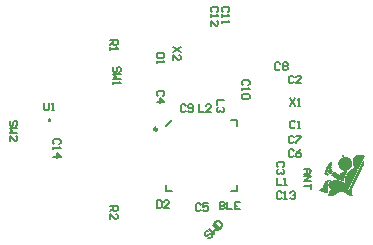
<source format=gto>
G04 Layer_Color=65535*
%FSLAX25Y25*%
%MOIN*%
G70*
G01*
G75*
%ADD28C,0.00600*%
%ADD43C,0.00984*%
%ADD44C,0.00787*%
%ADD45C,0.00500*%
G36*
X61913Y-8279D02*
X62331D01*
Y-8314D01*
X62505D01*
Y-8349D01*
X62575D01*
Y-8384D01*
X62714D01*
Y-8419D01*
X62818D01*
Y-8454D01*
X62888D01*
Y-8488D01*
X62958D01*
Y-8523D01*
X63028D01*
Y-8558D01*
X63062D01*
Y-8593D01*
X63132D01*
Y-8628D01*
X63167D01*
Y-8663D01*
X63202D01*
Y-8697D01*
X63237D01*
Y-8732D01*
X63306D01*
Y-8767D01*
X63341D01*
Y-8802D01*
Y-8837D01*
X63306D01*
Y-8872D01*
Y-8907D01*
Y-8941D01*
X63271D01*
Y-8976D01*
Y-9011D01*
X63237D01*
Y-9046D01*
Y-9081D01*
X63202D01*
Y-9116D01*
Y-9150D01*
X63167D01*
Y-9185D01*
Y-9220D01*
X63132D01*
Y-9255D01*
Y-9290D01*
X63097D01*
Y-9255D01*
X63062D01*
Y-9290D01*
X63097D01*
Y-9325D01*
Y-9359D01*
X63062D01*
Y-9394D01*
Y-9429D01*
X63028D01*
Y-9464D01*
Y-9499D01*
X62993D01*
Y-9534D01*
Y-9568D01*
X62958D01*
Y-9603D01*
Y-9638D01*
X62923D01*
Y-9603D01*
X62888D01*
Y-9638D01*
X62923D01*
Y-9673D01*
Y-9708D01*
X62888D01*
Y-9743D01*
Y-9777D01*
X62853D01*
Y-9812D01*
Y-9847D01*
X62818D01*
Y-9812D01*
X62784D01*
Y-9847D01*
X62818D01*
Y-9882D01*
Y-9917D01*
X62784D01*
Y-9952D01*
Y-9986D01*
X62749D01*
Y-10021D01*
Y-10056D01*
X62714D01*
Y-10091D01*
Y-10126D01*
X62679D01*
Y-10161D01*
Y-10196D01*
X62644D01*
Y-10161D01*
X62609D01*
Y-10196D01*
X62644D01*
Y-10230D01*
Y-10265D01*
X62609D01*
Y-10300D01*
Y-10335D01*
X62575D01*
Y-10370D01*
Y-10405D01*
Y-10440D01*
X62540D01*
Y-10474D01*
Y-10509D01*
X62505D01*
Y-10544D01*
Y-10579D01*
X62470D01*
Y-10614D01*
Y-10649D01*
X62435D01*
Y-10683D01*
Y-10718D01*
X62400D01*
Y-10753D01*
Y-10788D01*
X62366D01*
Y-10823D01*
Y-10858D01*
X62331D01*
Y-10892D01*
Y-10927D01*
X62296D01*
Y-10962D01*
Y-10997D01*
X62261D01*
Y-11032D01*
Y-11067D01*
X62226D01*
Y-11101D01*
Y-11136D01*
X62191D01*
Y-11171D01*
Y-11206D01*
X62156D01*
Y-11241D01*
Y-11276D01*
X62122D01*
Y-11310D01*
Y-11345D01*
X62087D01*
Y-11380D01*
Y-11415D01*
X62052D01*
Y-11450D01*
Y-11485D01*
X62017D01*
Y-11519D01*
Y-11554D01*
X61982D01*
Y-11589D01*
Y-11624D01*
X61947D01*
Y-11659D01*
Y-11694D01*
X61913D01*
Y-11729D01*
Y-11763D01*
X61878D01*
Y-11798D01*
Y-11833D01*
X61843D01*
Y-11868D01*
X61808D01*
Y-11903D01*
Y-11938D01*
Y-11972D01*
X61773D01*
Y-12007D01*
Y-12042D01*
X61738D01*
Y-12007D01*
X61703D01*
Y-12042D01*
X61738D01*
Y-12077D01*
Y-12112D01*
Y-12147D01*
X61703D01*
Y-12182D01*
Y-12216D01*
X61669D01*
Y-12251D01*
Y-12286D01*
X61634D01*
Y-12321D01*
Y-12356D01*
X61599D01*
Y-12391D01*
Y-12425D01*
X61564D01*
Y-12460D01*
Y-12495D01*
X61529D01*
Y-12530D01*
Y-12565D01*
X61494D01*
Y-12600D01*
Y-12634D01*
X61460D01*
Y-12669D01*
Y-12704D01*
X61425D01*
Y-12739D01*
Y-12774D01*
X61390D01*
Y-12809D01*
Y-12844D01*
X61355D01*
Y-12878D01*
Y-12913D01*
X61320D01*
Y-12948D01*
Y-12983D01*
X61286D01*
Y-13018D01*
Y-13052D01*
X61251D01*
Y-13087D01*
Y-13122D01*
X61216D01*
Y-13157D01*
Y-13192D01*
X61181D01*
Y-13227D01*
Y-13262D01*
X61146D01*
Y-13296D01*
Y-13331D01*
X61111D01*
Y-13366D01*
Y-13401D01*
X61076D01*
Y-13436D01*
Y-13471D01*
X61042D01*
Y-13506D01*
Y-13540D01*
X61007D01*
Y-13575D01*
Y-13610D01*
X60972D01*
Y-13645D01*
Y-13680D01*
Y-13714D01*
X60937D01*
Y-13749D01*
Y-13784D01*
X60902D01*
Y-13819D01*
Y-13854D01*
X60833D01*
Y-13889D01*
X60867D01*
Y-13924D01*
X60833D01*
Y-13958D01*
Y-13993D01*
X60798D01*
Y-14028D01*
Y-14063D01*
X60763D01*
Y-14098D01*
Y-14133D01*
X60728D01*
Y-14167D01*
Y-14202D01*
X60693D01*
Y-14237D01*
Y-14272D01*
X60658D01*
Y-14307D01*
Y-14342D01*
X60624D01*
Y-14377D01*
Y-14411D01*
X60554D01*
Y-14446D01*
X60589D01*
Y-14481D01*
X60554D01*
Y-14516D01*
Y-14551D01*
X60519D01*
Y-14586D01*
Y-14620D01*
X60484D01*
Y-14655D01*
Y-14690D01*
X60449D01*
Y-14725D01*
Y-14760D01*
X60414D01*
Y-14795D01*
Y-14829D01*
X60380D01*
Y-14864D01*
Y-14899D01*
X60345D01*
Y-14934D01*
Y-14969D01*
X60275D01*
Y-15004D01*
X60310D01*
Y-15039D01*
X60275D01*
Y-15073D01*
Y-15108D01*
X60240D01*
Y-15143D01*
Y-15178D01*
X60205D01*
Y-15213D01*
Y-15248D01*
X60171D01*
Y-15282D01*
Y-15317D01*
Y-15352D01*
X60136D01*
Y-15387D01*
Y-15422D01*
X60101D01*
Y-15457D01*
Y-15491D01*
X60066D01*
Y-15526D01*
Y-15561D01*
X60031D01*
Y-15596D01*
Y-15631D01*
X59996D01*
Y-15666D01*
Y-15700D01*
X59961D01*
Y-15735D01*
Y-15770D01*
X59927D01*
Y-15805D01*
Y-15840D01*
X59892D01*
Y-15875D01*
Y-15910D01*
X59857D01*
Y-15944D01*
Y-15979D01*
X59822D01*
Y-16014D01*
Y-16049D01*
X59787D01*
Y-16084D01*
Y-16119D01*
X59752D01*
Y-16153D01*
Y-16188D01*
X59718D01*
Y-16223D01*
Y-16258D01*
X59683D01*
Y-16293D01*
Y-16328D01*
X59648D01*
Y-16363D01*
Y-16397D01*
X59613D01*
Y-16432D01*
Y-16467D01*
X59578D01*
Y-16502D01*
Y-16537D01*
X59543D01*
Y-16571D01*
Y-16606D01*
X59509D01*
Y-16641D01*
Y-16676D01*
X59474D01*
Y-16711D01*
Y-16746D01*
X59439D01*
Y-16781D01*
Y-16815D01*
X59404D01*
Y-16850D01*
Y-16885D01*
X59369D01*
Y-16920D01*
Y-16955D01*
Y-16990D01*
X59334D01*
Y-17024D01*
X59299D01*
Y-17059D01*
Y-17094D01*
Y-17129D01*
X59265D01*
Y-17164D01*
Y-17199D01*
X59230D01*
Y-17233D01*
Y-17268D01*
X59195D01*
Y-17303D01*
Y-17338D01*
X59160D01*
Y-17373D01*
Y-17408D01*
X59125D01*
Y-17443D01*
Y-17477D01*
X59091D01*
Y-17512D01*
Y-17547D01*
X59056D01*
Y-17582D01*
Y-17617D01*
X59021D01*
Y-17652D01*
Y-17686D01*
X58986D01*
Y-17721D01*
Y-17756D01*
X58951D01*
Y-17791D01*
Y-17826D01*
X58916D01*
Y-17861D01*
Y-17896D01*
X58881D01*
Y-17930D01*
Y-17965D01*
X58847D01*
Y-18000D01*
Y-18035D01*
X58812D01*
Y-18070D01*
Y-18104D01*
X58777D01*
Y-18139D01*
Y-18174D01*
X58742D01*
Y-18209D01*
Y-18244D01*
X58707D01*
Y-18279D01*
Y-18314D01*
X58672D01*
Y-18348D01*
Y-18383D01*
X58637D01*
Y-18418D01*
Y-18453D01*
X58603D01*
Y-18488D01*
Y-18523D01*
X58568D01*
Y-18557D01*
Y-18592D01*
Y-18627D01*
X58533D01*
Y-18662D01*
Y-18697D01*
X58498D01*
Y-18732D01*
Y-18767D01*
X58463D01*
Y-18801D01*
Y-18836D01*
X58429D01*
Y-18871D01*
Y-18906D01*
X58394D01*
Y-18941D01*
Y-18975D01*
X58359D01*
Y-19010D01*
Y-19045D01*
X58324D01*
Y-19080D01*
Y-19115D01*
X58289D01*
Y-19150D01*
Y-19185D01*
X58254D01*
Y-19219D01*
Y-19254D01*
X58219D01*
Y-19289D01*
Y-19324D01*
X58185D01*
Y-19359D01*
Y-19394D01*
X58150D01*
Y-19429D01*
Y-19463D01*
X58115D01*
Y-19498D01*
Y-19533D01*
X58080D01*
Y-19568D01*
Y-19603D01*
X58045D01*
Y-19637D01*
Y-19672D01*
X58010D01*
Y-19707D01*
Y-19742D01*
X57976D01*
Y-19777D01*
Y-19812D01*
X57941D01*
Y-19847D01*
Y-19881D01*
X57906D01*
Y-19916D01*
Y-19951D01*
X57871D01*
Y-19986D01*
Y-20021D01*
X52087D01*
Y-19986D01*
X52052D01*
Y-19951D01*
X52018D01*
Y-19916D01*
X51983D01*
Y-19881D01*
X51948D01*
Y-19847D01*
X51913D01*
Y-19812D01*
X51878D01*
Y-19777D01*
X51844D01*
Y-19742D01*
X51809D01*
Y-19707D01*
X51774D01*
Y-19672D01*
X51739D01*
Y-19637D01*
X51704D01*
Y-19603D01*
X51669D01*
Y-19568D01*
X51635D01*
Y-19533D01*
Y-19498D01*
X51600D01*
Y-19463D01*
X51565D01*
Y-19429D01*
X51530D01*
Y-19394D01*
Y-19359D01*
X51495D01*
Y-19324D01*
X51460D01*
Y-19289D01*
Y-19254D01*
X51425D01*
Y-19219D01*
Y-19185D01*
X51391D01*
Y-19150D01*
Y-19115D01*
X51356D01*
Y-19080D01*
Y-19045D01*
Y-19010D01*
X51321D01*
Y-18975D01*
Y-18941D01*
X51286D01*
Y-18906D01*
Y-18871D01*
Y-18836D01*
Y-18801D01*
X51251D01*
Y-18767D01*
Y-18732D01*
Y-18697D01*
Y-18662D01*
Y-18627D01*
X51216D01*
Y-18592D01*
Y-18557D01*
Y-18523D01*
Y-18488D01*
Y-18453D01*
Y-18418D01*
Y-18383D01*
Y-18348D01*
Y-18314D01*
Y-18279D01*
Y-18244D01*
Y-18209D01*
Y-18174D01*
X51251D01*
Y-18139D01*
X51286D01*
Y-18104D01*
X51251D01*
Y-18070D01*
Y-18035D01*
Y-18000D01*
X51286D01*
Y-17965D01*
Y-17930D01*
Y-17896D01*
Y-17861D01*
X51321D01*
Y-17826D01*
Y-17791D01*
Y-17756D01*
X51356D01*
Y-17721D01*
Y-17686D01*
X51391D01*
Y-17652D01*
Y-17617D01*
X51425D01*
Y-17582D01*
Y-17547D01*
X51460D01*
Y-17512D01*
X51495D01*
Y-17477D01*
X51530D01*
Y-17443D01*
X51565D01*
Y-17408D01*
X51600D01*
Y-17373D01*
X51635D01*
Y-17338D01*
X51669D01*
Y-17303D01*
X51704D01*
Y-17268D01*
X51774D01*
Y-17233D01*
X51844D01*
Y-17199D01*
X51878D01*
Y-17164D01*
X51948D01*
Y-17129D01*
X52052D01*
Y-17094D01*
X52122D01*
Y-17059D01*
X52227D01*
Y-17024D01*
X52331D01*
Y-16990D01*
X52436D01*
Y-16955D01*
X52575D01*
Y-16920D01*
X52715D01*
Y-16885D01*
X52924D01*
Y-16850D01*
X53028D01*
Y-16885D01*
X53063D01*
Y-16850D01*
X53202D01*
Y-16815D01*
X54282D01*
Y-16850D01*
X54561D01*
Y-16885D01*
X54805D01*
Y-16920D01*
X54979D01*
Y-16955D01*
X55119D01*
Y-16990D01*
X55258D01*
Y-17024D01*
X55362D01*
Y-17059D01*
X55502D01*
Y-17094D01*
X55572D01*
Y-17129D01*
Y-17164D01*
X55606D01*
Y-17129D01*
X55676D01*
Y-17164D01*
X55781D01*
Y-17199D01*
X55850D01*
Y-17233D01*
X55920D01*
Y-17268D01*
X55990D01*
Y-17303D01*
X56059D01*
Y-17338D01*
X56129D01*
Y-17373D01*
X56199D01*
Y-17408D01*
X56268D01*
Y-17443D01*
X56303D01*
Y-17477D01*
X56373D01*
Y-17512D01*
X56442D01*
Y-17547D01*
X56477D01*
Y-17582D01*
X56512D01*
Y-17617D01*
X56582D01*
Y-17652D01*
X56617D01*
Y-17686D01*
X56652D01*
Y-17721D01*
X56686D01*
Y-17756D01*
X56721D01*
Y-17791D01*
X56791D01*
Y-17826D01*
X56826D01*
Y-17861D01*
Y-17896D01*
X56861D01*
Y-17861D01*
Y-17826D01*
X56826D01*
Y-17791D01*
Y-17756D01*
Y-17721D01*
X56791D01*
Y-17686D01*
Y-17652D01*
Y-17617D01*
X56756D01*
Y-17582D01*
Y-17547D01*
Y-17512D01*
X56721D01*
Y-17477D01*
Y-17443D01*
Y-17408D01*
Y-17373D01*
X56686D01*
Y-17338D01*
Y-17303D01*
Y-17268D01*
Y-17233D01*
Y-17199D01*
Y-17164D01*
X56652D01*
Y-17129D01*
Y-17094D01*
Y-17059D01*
Y-17024D01*
Y-16990D01*
Y-16955D01*
Y-16920D01*
Y-16885D01*
Y-16850D01*
Y-16815D01*
Y-16781D01*
Y-16746D01*
Y-16711D01*
Y-16676D01*
Y-16641D01*
Y-16606D01*
Y-16571D01*
Y-16537D01*
Y-16502D01*
Y-16467D01*
X56686D01*
Y-16432D01*
Y-16397D01*
Y-16363D01*
Y-16328D01*
Y-16293D01*
Y-16258D01*
X56721D01*
Y-16223D01*
Y-16188D01*
Y-16153D01*
Y-16119D01*
Y-16084D01*
X56756D01*
Y-16049D01*
Y-16014D01*
Y-15979D01*
X56791D01*
Y-15944D01*
Y-15910D01*
Y-15875D01*
X56826D01*
Y-15840D01*
Y-15805D01*
Y-15770D01*
X56861D01*
Y-15735D01*
Y-15700D01*
Y-15666D01*
X56896D01*
Y-15631D01*
Y-15596D01*
X56930D01*
Y-15561D01*
Y-15526D01*
Y-15491D01*
X56965D01*
Y-15457D01*
Y-15422D01*
X57000D01*
Y-15387D01*
Y-15352D01*
X57035D01*
Y-15317D01*
Y-15282D01*
X57070D01*
Y-15248D01*
Y-15213D01*
X57104D01*
Y-15178D01*
Y-15143D01*
X57139D01*
Y-15108D01*
Y-15073D01*
X57174D01*
Y-15039D01*
X57209D01*
Y-15004D01*
Y-14969D01*
X57244D01*
Y-14934D01*
Y-14899D01*
X57279D01*
Y-14864D01*
X57314D01*
Y-14829D01*
Y-14795D01*
X57348D01*
Y-14760D01*
Y-14725D01*
X57383D01*
Y-14690D01*
X57418D01*
Y-14655D01*
X57453D01*
Y-14620D01*
X57488D01*
Y-14586D01*
Y-14551D01*
X57523D01*
Y-14586D01*
X57557D01*
Y-14551D01*
X57523D01*
Y-14516D01*
Y-14481D01*
X57557D01*
Y-14446D01*
X57592D01*
Y-14411D01*
X57627D01*
Y-14377D01*
Y-14342D01*
X57662D01*
Y-14307D01*
X57697D01*
Y-14272D01*
X57732D01*
Y-14237D01*
X57766D01*
Y-14202D01*
X57801D01*
Y-14167D01*
X57836D01*
Y-14133D01*
Y-14098D01*
X57871D01*
Y-14063D01*
X57906D01*
Y-14028D01*
X57941D01*
Y-13993D01*
X57976D01*
Y-13958D01*
X58010D01*
Y-13924D01*
X58045D01*
Y-13889D01*
X58080D01*
Y-13854D01*
X58115D01*
Y-13819D01*
X58150D01*
Y-13784D01*
X58185D01*
Y-13749D01*
X58219D01*
Y-13714D01*
X58254D01*
Y-13680D01*
X58289D01*
Y-13645D01*
X58359D01*
Y-13610D01*
X58394D01*
Y-13575D01*
X58429D01*
Y-13540D01*
X58463D01*
Y-13506D01*
X58498D01*
Y-13471D01*
X58568D01*
Y-13436D01*
X58603D01*
Y-13401D01*
X58637D01*
Y-13366D01*
X58672D01*
Y-13401D01*
X58707D01*
Y-13366D01*
X58672D01*
Y-13331D01*
X58742D01*
Y-13296D01*
X58777D01*
Y-13262D01*
X58847D01*
Y-13227D01*
X58881D01*
Y-13192D01*
X58951D01*
Y-13157D01*
X58986D01*
Y-13122D01*
X59056D01*
Y-13087D01*
X59091D01*
Y-13052D01*
X59160D01*
Y-13018D01*
X59230D01*
Y-12983D01*
X59265D01*
Y-12948D01*
X59334D01*
Y-12913D01*
X59404D01*
Y-12878D01*
X59474D01*
Y-12844D01*
X59543D01*
Y-12809D01*
X59613D01*
Y-12774D01*
X59683D01*
Y-12739D01*
X59752D01*
Y-12704D01*
X59822D01*
Y-12669D01*
Y-12634D01*
X59787D01*
Y-12600D01*
Y-12565D01*
Y-12530D01*
X59752D01*
Y-12495D01*
Y-12460D01*
X59718D01*
Y-12425D01*
Y-12391D01*
Y-12356D01*
X59683D01*
Y-12321D01*
Y-12286D01*
Y-12251D01*
X59648D01*
Y-12216D01*
Y-12182D01*
Y-12147D01*
X59613D01*
Y-12112D01*
Y-12077D01*
Y-12042D01*
X59578D01*
Y-12007D01*
Y-11972D01*
Y-11938D01*
X59543D01*
Y-11903D01*
Y-11868D01*
Y-11833D01*
Y-11798D01*
X59509D01*
Y-11763D01*
Y-11729D01*
Y-11694D01*
Y-11659D01*
X59474D01*
Y-11624D01*
Y-11589D01*
Y-11554D01*
Y-11519D01*
X59439D01*
Y-11485D01*
Y-11450D01*
Y-11415D01*
Y-11380D01*
Y-11345D01*
X59404D01*
Y-11310D01*
Y-11276D01*
Y-11241D01*
Y-11206D01*
Y-11171D01*
Y-11136D01*
X59369D01*
Y-11101D01*
Y-11067D01*
Y-11032D01*
Y-10997D01*
Y-10962D01*
Y-10927D01*
Y-10892D01*
Y-10858D01*
Y-10823D01*
Y-10788D01*
Y-10753D01*
Y-10718D01*
Y-10683D01*
Y-10649D01*
Y-10614D01*
Y-10579D01*
Y-10544D01*
Y-10509D01*
Y-10474D01*
Y-10440D01*
Y-10405D01*
Y-10370D01*
Y-10335D01*
Y-10300D01*
Y-10265D01*
Y-10230D01*
Y-10196D01*
X59404D01*
Y-10161D01*
Y-10126D01*
Y-10091D01*
Y-10056D01*
Y-10021D01*
X59439D01*
Y-9986D01*
Y-9952D01*
Y-9917D01*
Y-9882D01*
X59474D01*
Y-9847D01*
Y-9812D01*
Y-9777D01*
X59509D01*
Y-9743D01*
Y-9708D01*
Y-9673D01*
X59543D01*
Y-9638D01*
Y-9603D01*
X59578D01*
Y-9568D01*
X59613D01*
Y-9534D01*
Y-9499D01*
Y-9464D01*
X59648D01*
Y-9429D01*
X59683D01*
Y-9394D01*
Y-9359D01*
X59718D01*
Y-9325D01*
Y-9290D01*
X59752D01*
Y-9255D01*
X59787D01*
Y-9220D01*
X59822D01*
Y-9185D01*
X59857D01*
Y-9150D01*
Y-9116D01*
X59892D01*
Y-9081D01*
X59927D01*
Y-9046D01*
X59961D01*
Y-9011D01*
X59996D01*
Y-8976D01*
X60031D01*
Y-8941D01*
X60066D01*
Y-8907D01*
X60101D01*
Y-8941D01*
X60136D01*
Y-8907D01*
X60101D01*
Y-8872D01*
X60171D01*
Y-8837D01*
X60205D01*
Y-8802D01*
X60240D01*
Y-8767D01*
X60310D01*
Y-8732D01*
X60345D01*
Y-8697D01*
X60414D01*
Y-8663D01*
X60449D01*
Y-8628D01*
X60519D01*
Y-8593D01*
X60589D01*
Y-8558D01*
X60658D01*
Y-8523D01*
X60728D01*
Y-8488D01*
X60833D01*
Y-8454D01*
X60902D01*
Y-8419D01*
X61007D01*
Y-8384D01*
X61111D01*
Y-8349D01*
X61251D01*
Y-8314D01*
X61460D01*
Y-8279D01*
X61878D01*
Y-8245D01*
X61913D01*
Y-8279D01*
D02*
G37*
G36*
X51216Y-11972D02*
X51356D01*
Y-12007D01*
X51460D01*
Y-12042D01*
X51530D01*
Y-12077D01*
X51635D01*
Y-12112D01*
X51704D01*
Y-12147D01*
X51809D01*
Y-12182D01*
X51913D01*
Y-12216D01*
X51983D01*
Y-12251D01*
X52052D01*
Y-12286D01*
X52122D01*
Y-12321D01*
X52157D01*
Y-12356D01*
X52192D01*
Y-12391D01*
X52227D01*
Y-12425D01*
Y-12460D01*
X52262D01*
Y-12495D01*
Y-12530D01*
Y-12565D01*
X52297D01*
Y-12600D01*
Y-12634D01*
Y-12669D01*
Y-12704D01*
Y-12739D01*
Y-12774D01*
Y-12809D01*
X52262D01*
Y-12844D01*
Y-12878D01*
Y-12913D01*
X52227D01*
Y-12948D01*
Y-12983D01*
X52192D01*
Y-13018D01*
X52122D01*
Y-12983D01*
X51669D01*
Y-13018D01*
X51565D01*
Y-13052D01*
X51495D01*
Y-13087D01*
X51425D01*
Y-13122D01*
X51356D01*
Y-13157D01*
X51321D01*
Y-13192D01*
X51286D01*
Y-13227D01*
X51251D01*
Y-13262D01*
X51216D01*
Y-13296D01*
X51182D01*
Y-13331D01*
X51147D01*
Y-13366D01*
Y-13401D01*
X51112D01*
Y-13436D01*
X51077D01*
Y-13471D01*
Y-13506D01*
X51042D01*
Y-13540D01*
Y-13575D01*
Y-13610D01*
X51007D01*
Y-13645D01*
Y-13680D01*
Y-13714D01*
X50972D01*
Y-13749D01*
Y-13784D01*
X50938D01*
Y-13819D01*
X50972D01*
Y-13854D01*
Y-13889D01*
Y-13924D01*
Y-13958D01*
Y-13993D01*
Y-14028D01*
Y-14063D01*
X51007D01*
Y-14098D01*
Y-14133D01*
Y-14167D01*
Y-14202D01*
X51042D01*
Y-14237D01*
Y-14272D01*
X51077D01*
Y-14307D01*
Y-14342D01*
X51112D01*
Y-14377D01*
Y-14411D01*
X51147D01*
Y-14446D01*
X51182D01*
Y-14481D01*
Y-14516D01*
X51216D01*
Y-14551D01*
X51251D01*
Y-14586D01*
X51286D01*
Y-14620D01*
X51356D01*
Y-14655D01*
X51391D01*
Y-14690D01*
X51460D01*
Y-14725D01*
X51530D01*
Y-14760D01*
Y-14795D01*
X51495D01*
Y-14829D01*
Y-14864D01*
Y-14899D01*
X51425D01*
Y-14934D01*
X51460D01*
Y-14969D01*
X51425D01*
Y-15004D01*
Y-15039D01*
X51391D01*
Y-15073D01*
Y-15108D01*
X51356D01*
Y-15143D01*
X51321D01*
Y-15178D01*
X51286D01*
Y-15213D01*
X51216D01*
Y-15248D01*
X51147D01*
Y-15282D01*
X50868D01*
Y-15248D01*
X50763D01*
Y-15213D01*
X50659D01*
Y-15178D01*
X50589D01*
Y-15143D01*
X50485D01*
Y-15108D01*
X50415D01*
Y-15073D01*
X50310D01*
Y-15039D01*
X50206D01*
Y-15004D01*
X50136D01*
Y-14969D01*
X50067D01*
Y-14934D01*
X50032D01*
Y-14899D01*
X49997D01*
Y-14864D01*
X49962D01*
Y-14829D01*
X49927D01*
Y-14795D01*
Y-14760D01*
X49892D01*
Y-14725D01*
Y-14690D01*
Y-14655D01*
Y-14620D01*
X49858D01*
Y-14586D01*
Y-14551D01*
Y-14516D01*
Y-14481D01*
X49892D01*
Y-14446D01*
Y-14411D01*
Y-14377D01*
X49927D01*
Y-14342D01*
Y-14307D01*
Y-14272D01*
X49962D01*
Y-14237D01*
Y-14202D01*
X49997D01*
Y-14167D01*
Y-14133D01*
Y-14098D01*
X50032D01*
Y-14063D01*
Y-14028D01*
Y-13993D01*
X50067D01*
Y-13958D01*
Y-13924D01*
X50102D01*
Y-13958D01*
X50136D01*
Y-13924D01*
X50102D01*
Y-13889D01*
Y-13854D01*
Y-13819D01*
X50136D01*
Y-13784D01*
Y-13749D01*
X50171D01*
Y-13714D01*
Y-13680D01*
Y-13645D01*
X50206D01*
Y-13610D01*
Y-13575D01*
Y-13540D01*
X50241D01*
Y-13506D01*
Y-13471D01*
X50276D01*
Y-13436D01*
Y-13401D01*
Y-13366D01*
X50310D01*
Y-13331D01*
Y-13296D01*
X50345D01*
Y-13262D01*
Y-13227D01*
Y-13192D01*
X50380D01*
Y-13157D01*
Y-13122D01*
Y-13087D01*
X50415D01*
Y-13052D01*
Y-13018D01*
X50450D01*
Y-12983D01*
Y-12948D01*
Y-12913D01*
X50520D01*
Y-12878D01*
X50485D01*
Y-12844D01*
X50520D01*
Y-12809D01*
Y-12774D01*
Y-12739D01*
X50554D01*
Y-12704D01*
Y-12669D01*
Y-12634D01*
X50589D01*
Y-12600D01*
Y-12565D01*
X50624D01*
Y-12530D01*
Y-12495D01*
Y-12460D01*
X50659D01*
Y-12425D01*
Y-12391D01*
X50694D01*
Y-12356D01*
Y-12321D01*
Y-12286D01*
X50729D01*
Y-12251D01*
Y-12216D01*
X50763D01*
Y-12182D01*
Y-12147D01*
X50798D01*
Y-12112D01*
X50833D01*
Y-12077D01*
X50868D01*
Y-12042D01*
X50903D01*
Y-12007D01*
X50972D01*
Y-11972D01*
X51112D01*
Y-11938D01*
X51216D01*
Y-11972D01*
D02*
G37*
G36*
X52192Y-10649D02*
X52262D01*
Y-10683D01*
X52331D01*
Y-10718D01*
X52366D01*
Y-10753D01*
X52401D01*
Y-10788D01*
Y-10823D01*
X52436D01*
Y-10858D01*
Y-10892D01*
Y-10927D01*
X52401D01*
Y-10962D01*
X52436D01*
Y-10997D01*
Y-11032D01*
Y-11067D01*
Y-11101D01*
Y-11136D01*
Y-11171D01*
X52401D01*
Y-11206D01*
Y-11241D01*
Y-11276D01*
Y-11310D01*
Y-11345D01*
Y-11380D01*
Y-11415D01*
Y-11450D01*
Y-11485D01*
X52436D01*
Y-11519D01*
Y-11554D01*
X52471D01*
Y-11589D01*
Y-11624D01*
Y-11659D01*
X52505D01*
Y-11694D01*
Y-11729D01*
Y-11763D01*
X52471D01*
Y-11798D01*
Y-11833D01*
Y-11868D01*
X52436D01*
Y-11903D01*
Y-11938D01*
X52401D01*
Y-11972D01*
Y-12007D01*
X52436D01*
Y-12042D01*
Y-12077D01*
X52471D01*
Y-12112D01*
Y-12147D01*
Y-12182D01*
Y-12216D01*
X52436D01*
Y-12251D01*
X52401D01*
Y-12286D01*
X52262D01*
Y-12251D01*
X52157D01*
Y-12216D01*
X52087D01*
Y-12182D01*
X51983D01*
Y-12147D01*
X51913D01*
Y-12112D01*
X51809D01*
Y-12077D01*
X51704D01*
Y-12042D01*
X51635D01*
Y-12007D01*
X51530D01*
Y-11972D01*
X51460D01*
Y-11938D01*
X51356D01*
Y-11903D01*
X51251D01*
Y-11868D01*
X51182D01*
Y-11833D01*
X51077D01*
Y-11798D01*
X51042D01*
Y-11763D01*
X51007D01*
Y-11729D01*
Y-11694D01*
Y-11659D01*
Y-11624D01*
X51042D01*
Y-11589D01*
X51077D01*
Y-11554D01*
X51216D01*
Y-11519D01*
Y-11485D01*
Y-11450D01*
Y-11415D01*
X51251D01*
Y-11380D01*
Y-11345D01*
X51286D01*
Y-11310D01*
Y-11276D01*
X51321D01*
Y-11241D01*
X51356D01*
Y-11206D01*
X51391D01*
Y-11171D01*
X51495D01*
Y-11136D01*
X51565D01*
Y-11101D01*
X51600D01*
Y-11067D01*
X51635D01*
Y-11032D01*
X51669D01*
Y-10997D01*
X51739D01*
Y-10962D01*
X51704D01*
Y-10927D01*
X51739D01*
Y-10892D01*
X51774D01*
Y-10858D01*
Y-10823D01*
X51809D01*
Y-10788D01*
X51844D01*
Y-10753D01*
Y-10718D01*
X51878D01*
Y-10683D01*
X51948D01*
Y-10718D01*
X51983D01*
Y-10683D01*
X51948D01*
Y-10649D01*
X51983D01*
Y-10614D01*
X52192D01*
Y-10649D01*
D02*
G37*
G36*
X62888Y-10230D02*
X62923D01*
Y-10265D01*
Y-10300D01*
Y-10335D01*
X62958D01*
Y-10370D01*
Y-10405D01*
X62993D01*
Y-10440D01*
Y-10474D01*
X62958D01*
Y-10509D01*
X62993D01*
Y-10544D01*
X63028D01*
Y-10579D01*
Y-10614D01*
Y-10649D01*
Y-10683D01*
X63062D01*
Y-10718D01*
Y-10753D01*
Y-10788D01*
Y-10823D01*
Y-10858D01*
Y-10892D01*
X63097D01*
Y-10927D01*
Y-10962D01*
Y-10997D01*
Y-11032D01*
Y-11067D01*
Y-11101D01*
Y-11136D01*
Y-11171D01*
Y-11206D01*
Y-11241D01*
Y-11276D01*
Y-11310D01*
Y-11345D01*
Y-11380D01*
Y-11415D01*
X63028D01*
Y-11450D01*
X63062D01*
Y-11485D01*
Y-11519D01*
Y-11554D01*
Y-11589D01*
Y-11624D01*
X63028D01*
Y-11659D01*
Y-11694D01*
Y-11729D01*
Y-11763D01*
X62993D01*
Y-11798D01*
Y-11833D01*
Y-11868D01*
X62958D01*
Y-11903D01*
Y-11938D01*
X62923D01*
Y-11972D01*
Y-12007D01*
X62888D01*
Y-12042D01*
Y-12077D01*
X62853D01*
Y-12112D01*
Y-12147D01*
X62818D01*
Y-12182D01*
Y-12216D01*
X62784D01*
Y-12251D01*
Y-12286D01*
X62749D01*
Y-12321D01*
Y-12356D01*
X62714D01*
Y-12391D01*
Y-12425D01*
X62679D01*
Y-12460D01*
Y-12495D01*
X62644D01*
Y-12530D01*
Y-12565D01*
X62609D01*
Y-12600D01*
Y-12634D01*
X62575D01*
Y-12669D01*
Y-12704D01*
X62540D01*
Y-12739D01*
Y-12774D01*
X62505D01*
Y-12809D01*
Y-12844D01*
X62470D01*
Y-12878D01*
Y-12913D01*
Y-12948D01*
X62400D01*
Y-12983D01*
X62435D01*
Y-13018D01*
X62400D01*
Y-13052D01*
Y-13087D01*
X62366D01*
Y-13122D01*
Y-13157D01*
X62331D01*
Y-13192D01*
Y-13227D01*
X62296D01*
Y-13262D01*
Y-13296D01*
X62226D01*
Y-13331D01*
X62261D01*
Y-13366D01*
X62226D01*
Y-13401D01*
Y-13436D01*
X62191D01*
Y-13471D01*
Y-13506D01*
X62156D01*
Y-13540D01*
Y-13575D01*
X62122D01*
Y-13610D01*
Y-13645D01*
X62087D01*
Y-13680D01*
Y-13714D01*
X62052D01*
Y-13749D01*
Y-13784D01*
X62017D01*
Y-13819D01*
Y-13854D01*
X61947D01*
Y-13889D01*
X61982D01*
Y-13924D01*
X61947D01*
Y-13958D01*
Y-13993D01*
X61913D01*
Y-14028D01*
Y-14063D01*
X61878D01*
Y-14098D01*
Y-14133D01*
X61843D01*
Y-14167D01*
Y-14202D01*
X61808D01*
Y-14237D01*
Y-14272D01*
X61773D01*
Y-14307D01*
Y-14342D01*
X61738D01*
Y-14377D01*
Y-14411D01*
Y-14446D01*
X61703D01*
Y-14481D01*
Y-14516D01*
X61669D01*
Y-14551D01*
Y-14586D01*
X61634D01*
Y-14620D01*
Y-14655D01*
X61599D01*
Y-14690D01*
Y-14725D01*
X61564D01*
Y-14760D01*
Y-14795D01*
X61529D01*
Y-14829D01*
Y-14864D01*
X61494D01*
Y-14899D01*
Y-14934D01*
X61460D01*
Y-14969D01*
Y-15004D01*
X61425D01*
Y-15039D01*
Y-15073D01*
X61390D01*
Y-15108D01*
Y-15143D01*
X61355D01*
Y-15178D01*
Y-15213D01*
X61320D01*
Y-15248D01*
Y-15282D01*
X61286D01*
Y-15317D01*
Y-15352D01*
X61251D01*
Y-15387D01*
Y-15422D01*
X61216D01*
Y-15457D01*
Y-15491D01*
X61181D01*
Y-15526D01*
Y-15561D01*
X61146D01*
Y-15596D01*
X61111D01*
Y-15631D01*
X61146D01*
Y-15666D01*
X61111D01*
Y-15700D01*
Y-15735D01*
X61076D01*
Y-15770D01*
Y-15805D01*
X61042D01*
Y-15840D01*
Y-15875D01*
X61007D01*
Y-15910D01*
Y-15944D01*
X60972D01*
Y-15979D01*
Y-16014D01*
X60937D01*
Y-16049D01*
Y-16084D01*
X60902D01*
Y-16119D01*
Y-16153D01*
X60867D01*
Y-16188D01*
Y-16223D01*
X60833D01*
Y-16258D01*
Y-16293D01*
X60798D01*
Y-16328D01*
Y-16363D01*
X60763D01*
Y-16397D01*
Y-16432D01*
X60728D01*
Y-16467D01*
Y-16502D01*
X60693D01*
Y-16537D01*
Y-16571D01*
X60658D01*
Y-16606D01*
Y-16641D01*
Y-16676D01*
X60624D01*
Y-16711D01*
Y-16746D01*
X60589D01*
Y-16781D01*
Y-16815D01*
X60554D01*
Y-16850D01*
Y-16885D01*
X60519D01*
Y-16920D01*
Y-16955D01*
X60484D01*
Y-16990D01*
Y-17024D01*
X60449D01*
Y-17059D01*
Y-17094D01*
X60414D01*
Y-17129D01*
Y-17164D01*
X60380D01*
Y-17199D01*
Y-17233D01*
X60345D01*
Y-17268D01*
Y-17303D01*
X60310D01*
Y-17338D01*
Y-17373D01*
X60275D01*
Y-17408D01*
Y-17443D01*
X60240D01*
Y-17477D01*
Y-17512D01*
X60205D01*
Y-17547D01*
Y-17582D01*
Y-17617D01*
X60171D01*
Y-17652D01*
Y-17686D01*
X60136D01*
Y-17721D01*
Y-17756D01*
X60101D01*
Y-17791D01*
Y-17826D01*
X60066D01*
Y-17861D01*
Y-17896D01*
X60031D01*
Y-17930D01*
Y-17965D01*
X59996D01*
Y-18000D01*
Y-18035D01*
X59961D01*
Y-18070D01*
Y-18104D01*
X59927D01*
Y-18139D01*
Y-18174D01*
X59892D01*
Y-18209D01*
Y-18244D01*
X59857D01*
Y-18279D01*
Y-18314D01*
X59822D01*
Y-18348D01*
Y-18383D01*
X59787D01*
Y-18418D01*
Y-18453D01*
Y-18488D01*
X59752D01*
Y-18523D01*
Y-18557D01*
X59718D01*
Y-18592D01*
Y-18627D01*
X59683D01*
Y-18662D01*
Y-18697D01*
X59648D01*
Y-18732D01*
Y-18767D01*
X59613D01*
Y-18801D01*
Y-18836D01*
X59578D01*
Y-18801D01*
X59543D01*
Y-18836D01*
X59578D01*
Y-18871D01*
Y-18906D01*
X59543D01*
Y-18941D01*
Y-18975D01*
X59509D01*
Y-19010D01*
Y-19045D01*
X59474D01*
Y-19010D01*
X59439D01*
Y-19045D01*
X59474D01*
Y-19080D01*
Y-19115D01*
X59439D01*
Y-19150D01*
Y-19185D01*
Y-19219D01*
X59404D01*
Y-19254D01*
Y-19289D01*
X59369D01*
Y-19254D01*
X59334D01*
Y-19289D01*
X59369D01*
Y-19324D01*
Y-19359D01*
X59299D01*
Y-19394D01*
X59334D01*
Y-19429D01*
X59265D01*
Y-19463D01*
X59299D01*
Y-19498D01*
X59265D01*
Y-19533D01*
Y-19568D01*
X59230D01*
Y-19603D01*
Y-19637D01*
X59195D01*
Y-19672D01*
Y-19707D01*
X59160D01*
Y-19742D01*
Y-19777D01*
Y-19812D01*
X59125D01*
Y-19847D01*
Y-19881D01*
X59091D01*
Y-19916D01*
Y-19951D01*
X59056D01*
Y-19986D01*
Y-20021D01*
X59021D01*
Y-20056D01*
Y-20090D01*
Y-20125D01*
Y-20160D01*
Y-20195D01*
Y-20230D01*
Y-20265D01*
Y-20300D01*
Y-20334D01*
Y-20369D01*
Y-20404D01*
Y-20439D01*
Y-20474D01*
Y-20508D01*
Y-20543D01*
X59056D01*
Y-20578D01*
Y-20613D01*
Y-20648D01*
Y-20683D01*
Y-20718D01*
Y-20752D01*
X59091D01*
Y-20787D01*
Y-20822D01*
Y-20857D01*
Y-20892D01*
Y-20927D01*
X59125D01*
Y-20962D01*
Y-20996D01*
Y-21031D01*
Y-21066D01*
Y-21101D01*
X59160D01*
Y-21136D01*
Y-21170D01*
Y-21205D01*
Y-21240D01*
X59195D01*
Y-21275D01*
Y-21310D01*
Y-21345D01*
Y-21380D01*
X59230D01*
Y-21414D01*
Y-21449D01*
Y-21484D01*
Y-21519D01*
X59265D01*
Y-21554D01*
X59230D01*
Y-21519D01*
X59195D01*
Y-21554D01*
X59230D01*
Y-21589D01*
X59265D01*
Y-21623D01*
Y-21658D01*
X59299D01*
Y-21693D01*
Y-21728D01*
Y-21763D01*
X59334D01*
Y-21798D01*
Y-21833D01*
Y-21867D01*
Y-21902D01*
X59369D01*
Y-21937D01*
X58010D01*
Y-21902D01*
X57976D01*
Y-21867D01*
X57941D01*
Y-21833D01*
X57871D01*
Y-21798D01*
X57836D01*
Y-21763D01*
X57801D01*
Y-21728D01*
X57732D01*
Y-21693D01*
X57697D01*
Y-21658D01*
X57662D01*
Y-21623D01*
X57627D01*
Y-21589D01*
X57557D01*
Y-21554D01*
X57523D01*
Y-21519D01*
X57488D01*
Y-21484D01*
X57418D01*
Y-21449D01*
X57383D01*
Y-21414D01*
X57314D01*
Y-21380D01*
X57279D01*
Y-21345D01*
X57244D01*
Y-21310D01*
X57174D01*
Y-21275D01*
X57139D01*
Y-21240D01*
X57070D01*
Y-21205D01*
X57035D01*
Y-21170D01*
X56965D01*
Y-21136D01*
X56930D01*
Y-21101D01*
X56861D01*
Y-21066D01*
X56826D01*
Y-21031D01*
X56756D01*
Y-20996D01*
X56686D01*
Y-20962D01*
Y-20927D01*
X56582D01*
Y-20892D01*
X56512D01*
Y-20857D01*
X56442D01*
Y-20822D01*
Y-20787D01*
X56408D01*
Y-20822D01*
X56373D01*
Y-20787D01*
X56303D01*
Y-20752D01*
X56234D01*
Y-20718D01*
X56164D01*
Y-20683D01*
X56094D01*
Y-20648D01*
X55990D01*
Y-20613D01*
X55850D01*
Y-20578D01*
X55467D01*
Y-20613D01*
X55328D01*
Y-20648D01*
X55223D01*
Y-20683D01*
X55153D01*
Y-20718D01*
X55049D01*
Y-20752D01*
X54979D01*
Y-20787D01*
X54909D01*
Y-20822D01*
X54875D01*
Y-20787D01*
X54840D01*
Y-20822D01*
Y-20857D01*
X54770D01*
Y-20892D01*
X54700D01*
Y-20927D01*
X54596D01*
Y-20962D01*
Y-20996D01*
X54526D01*
Y-21031D01*
X54457D01*
Y-21066D01*
X54422D01*
Y-21101D01*
X54352D01*
Y-21136D01*
X54282D01*
Y-21170D01*
X54248D01*
Y-21205D01*
X54178D01*
Y-21240D01*
X54143D01*
Y-21275D01*
X54073D01*
Y-21310D01*
X54039D01*
Y-21345D01*
X53969D01*
Y-21380D01*
X53934D01*
Y-21414D01*
X53829D01*
Y-21449D01*
Y-21484D01*
X53760D01*
Y-21519D01*
X53725D01*
Y-21554D01*
X53655D01*
Y-21589D01*
X53620D01*
Y-21623D01*
X53586D01*
Y-21658D01*
X53516D01*
Y-21693D01*
X53481D01*
Y-21728D01*
X53411D01*
Y-21763D01*
X53377D01*
Y-21798D01*
X53342D01*
Y-21833D01*
X53272D01*
Y-21867D01*
X53237D01*
Y-21902D01*
X53202D01*
Y-21937D01*
X51216D01*
Y-21902D01*
X51182D01*
Y-21867D01*
Y-21833D01*
Y-21798D01*
Y-21763D01*
X51216D01*
Y-21728D01*
Y-21693D01*
Y-21658D01*
Y-21623D01*
Y-21589D01*
X51251D01*
Y-21554D01*
Y-21519D01*
Y-21484D01*
Y-21449D01*
X51286D01*
Y-21414D01*
Y-21380D01*
Y-21345D01*
X51321D01*
Y-21380D01*
X51356D01*
Y-21345D01*
X51321D01*
Y-21310D01*
Y-21275D01*
Y-21240D01*
Y-21205D01*
X51356D01*
Y-21170D01*
Y-21136D01*
Y-21101D01*
X51391D01*
Y-21066D01*
Y-21031D01*
Y-20996D01*
X51425D01*
Y-20962D01*
Y-20927D01*
Y-20892D01*
X51460D01*
Y-20857D01*
Y-20822D01*
Y-20787D01*
X51495D01*
Y-20752D01*
Y-20718D01*
Y-20683D01*
X51600D01*
Y-20648D01*
X51530D01*
Y-20613D01*
Y-20578D01*
X51565D01*
Y-20543D01*
Y-20508D01*
Y-20474D01*
X51600D01*
Y-20439D01*
Y-20404D01*
X51635D01*
Y-20369D01*
Y-20334D01*
Y-20300D01*
X51669D01*
Y-20265D01*
Y-20230D01*
Y-20195D01*
X51704D01*
Y-20160D01*
Y-20125D01*
Y-20090D01*
X51739D01*
Y-20056D01*
Y-20021D01*
X51774D01*
Y-19986D01*
X51809D01*
Y-20021D01*
X51878D01*
Y-20056D01*
X51913D01*
Y-20090D01*
X51948D01*
Y-20125D01*
X51983D01*
Y-20160D01*
X52052D01*
Y-20195D01*
X52157D01*
Y-20230D01*
X57871D01*
Y-20195D01*
X57976D01*
Y-20160D01*
X58010D01*
Y-20125D01*
Y-20090D01*
X58045D01*
Y-20125D01*
X58080D01*
Y-20090D01*
X58045D01*
Y-20056D01*
Y-20021D01*
X58080D01*
Y-19986D01*
Y-19951D01*
X58115D01*
Y-19916D01*
Y-19881D01*
X58150D01*
Y-19847D01*
Y-19812D01*
X58185D01*
Y-19777D01*
Y-19742D01*
X58219D01*
Y-19777D01*
X58254D01*
Y-19742D01*
X58219D01*
Y-19707D01*
Y-19672D01*
X58254D01*
Y-19637D01*
Y-19603D01*
X58289D01*
Y-19568D01*
Y-19533D01*
X58324D01*
Y-19498D01*
Y-19463D01*
X58359D01*
Y-19429D01*
Y-19394D01*
Y-19359D01*
X58394D01*
Y-19324D01*
Y-19289D01*
X58429D01*
Y-19254D01*
Y-19219D01*
X58463D01*
Y-19185D01*
Y-19150D01*
X58498D01*
Y-19115D01*
Y-19080D01*
X58533D01*
Y-19045D01*
Y-19010D01*
X58568D01*
Y-18975D01*
Y-18941D01*
X58603D01*
Y-18906D01*
Y-18871D01*
X58637D01*
Y-18836D01*
Y-18801D01*
X58672D01*
Y-18767D01*
Y-18732D01*
X58707D01*
Y-18697D01*
Y-18662D01*
X58742D01*
Y-18627D01*
Y-18592D01*
X58777D01*
Y-18557D01*
Y-18523D01*
X58812D01*
Y-18488D01*
Y-18453D01*
X58847D01*
Y-18418D01*
Y-18383D01*
X58881D01*
Y-18348D01*
Y-18314D01*
X58916D01*
Y-18279D01*
X58951D01*
Y-18244D01*
Y-18209D01*
Y-18174D01*
X58986D01*
Y-18139D01*
Y-18104D01*
X59021D01*
Y-18070D01*
Y-18035D01*
X59056D01*
Y-18000D01*
Y-17965D01*
X59091D01*
Y-17930D01*
Y-17896D01*
X59125D01*
Y-17930D01*
X59160D01*
Y-17896D01*
X59125D01*
Y-17861D01*
Y-17826D01*
Y-17791D01*
X59160D01*
Y-17756D01*
Y-17721D01*
X59195D01*
Y-17686D01*
Y-17652D01*
X59230D01*
Y-17617D01*
Y-17582D01*
X59265D01*
Y-17547D01*
Y-17512D01*
X59299D01*
Y-17477D01*
Y-17443D01*
X59334D01*
Y-17408D01*
Y-17373D01*
X59369D01*
Y-17338D01*
Y-17303D01*
X59404D01*
Y-17268D01*
Y-17233D01*
X59439D01*
Y-17199D01*
Y-17164D01*
X59474D01*
Y-17129D01*
Y-17094D01*
X59509D01*
Y-17059D01*
Y-17024D01*
X59543D01*
Y-16990D01*
Y-16955D01*
X59578D01*
Y-16920D01*
Y-16885D01*
X59613D01*
Y-16850D01*
Y-16815D01*
X59648D01*
Y-16781D01*
Y-16746D01*
X59683D01*
Y-16711D01*
Y-16676D01*
X59718D01*
Y-16641D01*
Y-16606D01*
X59752D01*
Y-16571D01*
Y-16537D01*
X59787D01*
Y-16502D01*
Y-16467D01*
X59822D01*
Y-16432D01*
Y-16397D01*
X59857D01*
Y-16363D01*
Y-16328D01*
X59892D01*
Y-16293D01*
Y-16258D01*
X59927D01*
Y-16223D01*
Y-16188D01*
Y-16153D01*
X59961D01*
Y-16119D01*
Y-16084D01*
X59996D01*
Y-16049D01*
Y-16014D01*
X60031D01*
Y-15979D01*
Y-15944D01*
X60066D01*
Y-15910D01*
Y-15875D01*
X60101D01*
Y-15840D01*
Y-15805D01*
X60136D01*
Y-15770D01*
Y-15735D01*
X60205D01*
Y-15700D01*
X60171D01*
Y-15666D01*
X60205D01*
Y-15631D01*
Y-15596D01*
X60240D01*
Y-15561D01*
Y-15526D01*
X60275D01*
Y-15491D01*
Y-15457D01*
X60345D01*
Y-15422D01*
X60310D01*
Y-15387D01*
X60345D01*
Y-15422D01*
X60380D01*
Y-15387D01*
X60345D01*
Y-15352D01*
Y-15317D01*
X60380D01*
Y-15282D01*
Y-15248D01*
X60414D01*
Y-15213D01*
Y-15178D01*
X60484D01*
Y-15143D01*
X60449D01*
Y-15108D01*
X60484D01*
Y-15073D01*
Y-15039D01*
X60519D01*
Y-15004D01*
Y-14969D01*
X60554D01*
Y-14934D01*
Y-14899D01*
X60589D01*
Y-14864D01*
Y-14829D01*
X60624D01*
Y-14795D01*
Y-14760D01*
X60658D01*
Y-14725D01*
Y-14690D01*
X60693D01*
Y-14655D01*
Y-14620D01*
Y-14586D01*
X60728D01*
Y-14551D01*
Y-14516D01*
X60763D01*
Y-14481D01*
Y-14446D01*
X60798D01*
Y-14411D01*
Y-14377D01*
X60833D01*
Y-14342D01*
Y-14307D01*
X60867D01*
Y-14272D01*
Y-14237D01*
X60902D01*
Y-14202D01*
Y-14167D01*
X60937D01*
Y-14133D01*
Y-14098D01*
X60972D01*
Y-14063D01*
Y-14028D01*
X61007D01*
Y-13993D01*
Y-13958D01*
X61042D01*
Y-13924D01*
Y-13889D01*
X61076D01*
Y-13854D01*
Y-13819D01*
X61111D01*
Y-13784D01*
Y-13749D01*
X61146D01*
Y-13714D01*
Y-13680D01*
X61181D01*
Y-13645D01*
Y-13610D01*
X61216D01*
Y-13575D01*
Y-13540D01*
X61251D01*
Y-13506D01*
Y-13471D01*
X61286D01*
Y-13436D01*
Y-13401D01*
X61320D01*
Y-13366D01*
Y-13331D01*
X61355D01*
Y-13296D01*
Y-13262D01*
X61390D01*
Y-13227D01*
Y-13192D01*
X61425D01*
Y-13157D01*
Y-13122D01*
X61460D01*
Y-13087D01*
Y-13052D01*
X61494D01*
Y-13018D01*
Y-12983D01*
Y-12948D01*
X61529D01*
Y-12913D01*
Y-12878D01*
X61564D01*
Y-12844D01*
Y-12809D01*
X61599D01*
Y-12774D01*
Y-12739D01*
X61634D01*
Y-12704D01*
Y-12669D01*
X61669D01*
Y-12634D01*
Y-12600D01*
X61703D01*
Y-12565D01*
Y-12530D01*
X61738D01*
Y-12495D01*
Y-12460D01*
X61773D01*
Y-12425D01*
Y-12391D01*
X61808D01*
Y-12356D01*
Y-12321D01*
X61843D01*
Y-12286D01*
Y-12251D01*
X61878D01*
Y-12216D01*
Y-12182D01*
X61913D01*
Y-12147D01*
Y-12112D01*
X61947D01*
Y-12077D01*
Y-12042D01*
X61982D01*
Y-12007D01*
Y-11972D01*
X62017D01*
Y-11938D01*
Y-11903D01*
X62052D01*
Y-11868D01*
Y-11833D01*
X62087D01*
Y-11798D01*
Y-11763D01*
X62122D01*
Y-11729D01*
Y-11694D01*
X62156D01*
Y-11659D01*
Y-11624D01*
X62191D01*
Y-11589D01*
Y-11554D01*
X62226D01*
Y-11519D01*
Y-11485D01*
X62261D01*
Y-11450D01*
Y-11415D01*
X62296D01*
Y-11380D01*
X62331D01*
Y-11345D01*
X62296D01*
Y-11310D01*
X62331D01*
Y-11276D01*
Y-11241D01*
X62366D01*
Y-11206D01*
Y-11171D01*
X62400D01*
Y-11136D01*
Y-11101D01*
X62435D01*
Y-11067D01*
Y-11032D01*
X62470D01*
Y-10997D01*
Y-10962D01*
X62505D01*
Y-10927D01*
Y-10892D01*
X62540D01*
Y-10858D01*
Y-10823D01*
X62575D01*
Y-10788D01*
Y-10753D01*
X62609D01*
Y-10718D01*
Y-10683D01*
X62644D01*
Y-10649D01*
Y-10614D01*
X62679D01*
Y-10579D01*
Y-10544D01*
X62714D01*
Y-10509D01*
Y-10474D01*
X62749D01*
Y-10440D01*
Y-10405D01*
X62784D01*
Y-10370D01*
Y-10335D01*
X62818D01*
Y-10300D01*
Y-10265D01*
X62853D01*
Y-10230D01*
Y-10196D01*
X62888D01*
Y-10230D01*
D02*
G37*
G36*
X57209Y-13854D02*
X57453D01*
Y-13889D01*
X57592D01*
Y-13924D01*
X57697D01*
Y-13958D01*
X57732D01*
Y-13993D01*
X57697D01*
Y-14028D01*
X57662D01*
Y-14063D01*
X57627D01*
Y-14098D01*
Y-14133D01*
X57592D01*
Y-14167D01*
X57557D01*
Y-14202D01*
X57523D01*
Y-14237D01*
X57488D01*
Y-14272D01*
X57453D01*
Y-14307D01*
Y-14342D01*
X57418D01*
Y-14377D01*
X57383D01*
Y-14411D01*
X57348D01*
Y-14446D01*
Y-14481D01*
X57314D01*
Y-14516D01*
X57279D01*
Y-14551D01*
Y-14586D01*
X57244D01*
Y-14620D01*
X57209D01*
Y-14655D01*
Y-14690D01*
X57174D01*
Y-14725D01*
X57139D01*
Y-14760D01*
Y-14795D01*
X57104D01*
Y-14829D01*
X57070D01*
Y-14864D01*
Y-14899D01*
X57035D01*
Y-14934D01*
Y-14969D01*
X57000D01*
Y-15004D01*
Y-15039D01*
X56965D01*
Y-15073D01*
Y-15108D01*
X56930D01*
Y-15143D01*
Y-15178D01*
X56896D01*
Y-15213D01*
Y-15248D01*
X56861D01*
Y-15282D01*
Y-15317D01*
X56826D01*
Y-15352D01*
Y-15387D01*
X56791D01*
Y-15422D01*
Y-15457D01*
X56756D01*
Y-15491D01*
Y-15526D01*
X56721D01*
Y-15561D01*
Y-15596D01*
Y-15631D01*
X56686D01*
Y-15666D01*
Y-15700D01*
Y-15735D01*
X56652D01*
Y-15770D01*
X56617D01*
Y-15805D01*
Y-15840D01*
Y-15875D01*
Y-15910D01*
Y-15944D01*
X56582D01*
Y-15979D01*
X56547D01*
Y-16014D01*
X56582D01*
Y-16049D01*
X56547D01*
Y-16084D01*
Y-16119D01*
Y-16153D01*
Y-16188D01*
Y-16223D01*
X56477D01*
Y-16258D01*
X56512D01*
Y-16293D01*
Y-16328D01*
Y-16363D01*
Y-16397D01*
Y-16432D01*
X56477D01*
Y-16467D01*
Y-16502D01*
Y-16537D01*
Y-16571D01*
Y-16606D01*
Y-16641D01*
Y-16676D01*
Y-16711D01*
Y-16746D01*
Y-16781D01*
Y-16815D01*
Y-16850D01*
Y-16885D01*
Y-16920D01*
Y-16955D01*
Y-16990D01*
Y-17024D01*
Y-17059D01*
Y-17094D01*
Y-17129D01*
Y-17164D01*
Y-17199D01*
X56512D01*
Y-17233D01*
Y-17268D01*
Y-17303D01*
X56477D01*
Y-17338D01*
X56512D01*
Y-17373D01*
X56477D01*
Y-17338D01*
X56442D01*
Y-17303D01*
X56373D01*
Y-17268D01*
X56303D01*
Y-17233D01*
X56268D01*
Y-17199D01*
X56199D01*
Y-17164D01*
X56129D01*
Y-17129D01*
X56059D01*
Y-17094D01*
X55990D01*
Y-17059D01*
X55885D01*
Y-17024D01*
X55815D01*
Y-16990D01*
X55711D01*
Y-16955D01*
X55641D01*
Y-16920D01*
X55537D01*
Y-16885D01*
X55432D01*
Y-16850D01*
X55293D01*
Y-16815D01*
X55153D01*
Y-16781D01*
X55014D01*
Y-16746D01*
X54840D01*
Y-16711D01*
X54631D01*
Y-16676D01*
X54317D01*
Y-16641D01*
X54178D01*
Y-16606D01*
X54143D01*
Y-16641D01*
X54039D01*
Y-16606D01*
Y-16571D01*
X54073D01*
Y-16537D01*
Y-16502D01*
Y-16467D01*
Y-16432D01*
Y-16397D01*
X54004D01*
Y-16363D01*
X53969D01*
Y-16328D01*
X53899D01*
Y-16293D01*
X53829D01*
Y-16258D01*
X53760D01*
Y-16223D01*
X53725D01*
Y-16188D01*
X53655D01*
Y-16153D01*
X53586D01*
Y-16119D01*
X53551D01*
Y-16084D01*
X53481D01*
Y-16049D01*
X53411D01*
Y-16014D01*
X53377D01*
Y-15979D01*
X53307D01*
Y-15944D01*
X53272D01*
Y-15910D01*
X53202D01*
Y-15875D01*
X53133D01*
Y-15840D01*
X53098D01*
Y-15805D01*
Y-15770D01*
X53063D01*
Y-15805D01*
X53028D01*
Y-15770D01*
X52993D01*
Y-15735D01*
X52924D01*
Y-15700D01*
X52889D01*
Y-15666D01*
X52819D01*
Y-15631D01*
X52784D01*
Y-15596D01*
X52715D01*
Y-15561D01*
X52680D01*
Y-15526D01*
X52610D01*
Y-15491D01*
X52575D01*
Y-15457D01*
X52505D01*
Y-15422D01*
X52471D01*
Y-15387D01*
X52401D01*
Y-15352D01*
X52366D01*
Y-15317D01*
X52331D01*
Y-15282D01*
X52262D01*
Y-15248D01*
Y-15213D01*
Y-15178D01*
Y-15143D01*
Y-15108D01*
Y-15073D01*
Y-15039D01*
X52297D01*
Y-15004D01*
Y-14969D01*
Y-14934D01*
Y-14899D01*
X52331D01*
Y-14864D01*
Y-14829D01*
X52366D01*
Y-14795D01*
Y-14760D01*
X52401D01*
Y-14725D01*
Y-14690D01*
X52436D01*
Y-14655D01*
Y-14620D01*
X52471D01*
Y-14586D01*
Y-14551D01*
X52505D01*
Y-14516D01*
X52540D01*
Y-14481D01*
X52575D01*
Y-14446D01*
X52610D01*
Y-14411D01*
Y-14377D01*
X52645D01*
Y-14342D01*
X52680D01*
Y-14307D01*
X52715D01*
Y-14272D01*
X52749D01*
Y-14237D01*
X52784D01*
Y-14202D01*
X52854D01*
Y-14167D01*
X52889D01*
Y-14133D01*
X52924D01*
Y-14098D01*
X52958D01*
Y-14063D01*
X53028D01*
Y-14028D01*
X53063D01*
Y-13993D01*
X53133D01*
Y-13958D01*
X53237D01*
Y-13993D01*
X53307D01*
Y-14028D01*
X53342D01*
Y-14063D01*
X53411D01*
Y-14098D01*
X53446D01*
Y-14133D01*
X53516D01*
Y-14167D01*
X53586D01*
Y-14202D01*
X53620D01*
Y-14237D01*
X53690D01*
Y-14272D01*
X53760D01*
Y-14307D01*
X53795D01*
Y-14342D01*
X53864D01*
Y-14377D01*
X53934D01*
Y-14411D01*
X53969D01*
Y-14446D01*
X54039D01*
Y-14481D01*
X54108D01*
Y-14516D01*
X54143D01*
Y-14551D01*
X54213D01*
Y-14586D01*
X54248D01*
Y-14620D01*
X54317D01*
Y-14655D01*
X54387D01*
Y-14690D01*
X54422D01*
Y-14725D01*
X54491D01*
Y-14760D01*
X54561D01*
Y-14795D01*
X54596D01*
Y-14829D01*
X54666D01*
Y-14864D01*
X54700D01*
Y-14899D01*
X54770D01*
Y-14934D01*
X54840D01*
Y-14969D01*
X54909D01*
Y-15004D01*
Y-15039D01*
X54944D01*
Y-15004D01*
X54979D01*
Y-14969D01*
Y-14934D01*
X55014D01*
Y-14899D01*
Y-14864D01*
X55049D01*
Y-14829D01*
X55084D01*
Y-14795D01*
Y-14760D01*
X55119D01*
Y-14725D01*
X55153D01*
Y-14690D01*
Y-14655D01*
X55188D01*
Y-14620D01*
X55223D01*
Y-14586D01*
X55258D01*
Y-14551D01*
X55293D01*
Y-14516D01*
X55328D01*
Y-14481D01*
X55362D01*
Y-14446D01*
X55397D01*
Y-14411D01*
X55432D01*
Y-14377D01*
X55467D01*
Y-14342D01*
X55537D01*
Y-14307D01*
X55572D01*
Y-14272D01*
X55606D01*
Y-14237D01*
X55676D01*
Y-14202D01*
X55711D01*
Y-14167D01*
X55781D01*
Y-14133D01*
X55850D01*
Y-14098D01*
X55920D01*
Y-14063D01*
X55990D01*
Y-14028D01*
X56059D01*
Y-13993D01*
X56164D01*
Y-13958D01*
X56268D01*
Y-13924D01*
X56408D01*
Y-13889D01*
X56582D01*
Y-13854D01*
X56896D01*
Y-13819D01*
X57209D01*
Y-13854D01*
D02*
G37*
G36*
X56721Y-8279D02*
X56791D01*
Y-8314D01*
X56686D01*
Y-8349D01*
X56617D01*
Y-8384D01*
X56547D01*
Y-8419D01*
X56512D01*
Y-8454D01*
X56477D01*
Y-8488D01*
Y-8523D01*
X56442D01*
Y-8558D01*
Y-8593D01*
X56408D01*
Y-8628D01*
Y-8663D01*
Y-8697D01*
Y-8732D01*
Y-8767D01*
X56442D01*
Y-8802D01*
Y-8837D01*
X56477D01*
Y-8872D01*
Y-8907D01*
X56512D01*
Y-8941D01*
X56547D01*
Y-8976D01*
X56582D01*
Y-9011D01*
X56652D01*
Y-9046D01*
X57209D01*
Y-9081D01*
X57383D01*
Y-9116D01*
X57523D01*
Y-9150D01*
X57627D01*
Y-9185D01*
X57732D01*
Y-9220D01*
X57801D01*
Y-9255D01*
X57871D01*
Y-9290D01*
X57941D01*
Y-9325D01*
X58010D01*
Y-9359D01*
X58080D01*
Y-9394D01*
X58115D01*
Y-9429D01*
X58185D01*
Y-9464D01*
X58219D01*
Y-9499D01*
X58254D01*
Y-9534D01*
X58324D01*
Y-9568D01*
X58359D01*
Y-9603D01*
X58394D01*
Y-9638D01*
X58429D01*
Y-9673D01*
X58463D01*
Y-9708D01*
X58498D01*
Y-9743D01*
X58533D01*
Y-9777D01*
X58568D01*
Y-9812D01*
X58603D01*
Y-9847D01*
X58637D01*
Y-9882D01*
X58672D01*
Y-9917D01*
Y-9952D01*
X58707D01*
Y-9986D01*
X58742D01*
Y-10021D01*
X58777D01*
Y-10056D01*
Y-10091D01*
X58812D01*
Y-10126D01*
X58847D01*
Y-10161D01*
Y-10196D01*
X58881D01*
Y-10230D01*
Y-10265D01*
X58916D01*
Y-10300D01*
Y-10335D01*
X58951D01*
Y-10370D01*
Y-10405D01*
X58986D01*
Y-10440D01*
Y-10474D01*
X59021D01*
Y-10509D01*
Y-10544D01*
Y-10579D01*
X59056D01*
Y-10614D01*
Y-10649D01*
Y-10683D01*
X59091D01*
Y-10718D01*
X59056D01*
Y-10753D01*
X59091D01*
Y-10788D01*
Y-10823D01*
X59125D01*
Y-10858D01*
X59091D01*
Y-10892D01*
X59125D01*
Y-10927D01*
X59091D01*
Y-10962D01*
X59125D01*
Y-10997D01*
X59160D01*
Y-11032D01*
Y-11067D01*
Y-11101D01*
Y-11136D01*
Y-11171D01*
Y-11206D01*
Y-11241D01*
Y-11276D01*
Y-11310D01*
Y-11345D01*
Y-11380D01*
Y-11415D01*
Y-11450D01*
Y-11485D01*
Y-11519D01*
Y-11554D01*
Y-11589D01*
Y-11624D01*
Y-11659D01*
Y-11694D01*
X59125D01*
Y-11729D01*
Y-11763D01*
Y-11798D01*
Y-11833D01*
Y-11868D01*
X59091D01*
Y-11903D01*
Y-11938D01*
Y-11972D01*
Y-12007D01*
X59056D01*
Y-12042D01*
Y-12077D01*
Y-12112D01*
X59021D01*
Y-12147D01*
Y-12182D01*
X58986D01*
Y-12147D01*
X58951D01*
Y-12182D01*
X58986D01*
Y-12216D01*
Y-12251D01*
Y-12286D01*
X58951D01*
Y-12321D01*
Y-12356D01*
X58916D01*
Y-12321D01*
X58881D01*
Y-12356D01*
X58916D01*
Y-12391D01*
Y-12425D01*
X58881D01*
Y-12460D01*
Y-12495D01*
X58847D01*
Y-12530D01*
X58812D01*
Y-12565D01*
Y-12600D01*
X58777D01*
Y-12634D01*
X58742D01*
Y-12669D01*
Y-12704D01*
X58707D01*
Y-12739D01*
X58672D01*
Y-12774D01*
X58637D01*
Y-12809D01*
Y-12844D01*
X58603D01*
Y-12878D01*
X58568D01*
Y-12913D01*
X58533D01*
Y-12948D01*
X58498D01*
Y-12983D01*
X58463D01*
Y-13018D01*
X58429D01*
Y-13052D01*
X58394D01*
Y-13087D01*
X58359D01*
Y-13122D01*
X58289D01*
Y-13157D01*
X58254D01*
Y-13192D01*
X58219D01*
Y-13227D01*
X58150D01*
Y-13262D01*
X58115D01*
Y-13296D01*
X58045D01*
Y-13331D01*
X57976D01*
Y-13366D01*
X57906D01*
Y-13401D01*
X57836D01*
Y-13436D01*
X57766D01*
Y-13471D01*
X57697D01*
Y-13506D01*
X57592D01*
Y-13540D01*
X57488D01*
Y-13575D01*
X57314D01*
Y-13610D01*
X57104D01*
Y-13645D01*
X56652D01*
Y-13610D01*
X56408D01*
Y-13575D01*
X56268D01*
Y-13540D01*
X56129D01*
Y-13506D01*
X56059D01*
Y-13471D01*
X55955D01*
Y-13436D01*
X55885D01*
Y-13401D01*
X55815D01*
Y-13366D01*
X55746D01*
Y-13331D01*
X55676D01*
Y-13296D01*
X55641D01*
Y-13262D01*
X55572D01*
Y-13227D01*
X55537D01*
Y-13192D01*
X55502D01*
Y-13157D01*
X55432D01*
Y-13122D01*
X55397D01*
Y-13087D01*
X55362D01*
Y-13052D01*
X55328D01*
Y-13018D01*
X55293D01*
Y-12983D01*
X55258D01*
Y-12948D01*
X55223D01*
Y-12913D01*
X55188D01*
Y-12878D01*
X55153D01*
Y-12844D01*
X55119D01*
Y-12809D01*
X55084D01*
Y-12774D01*
X55049D01*
Y-12739D01*
Y-12704D01*
X55014D01*
Y-12669D01*
X54979D01*
Y-12634D01*
X54944D01*
Y-12600D01*
Y-12565D01*
X54909D01*
Y-12530D01*
X54875D01*
Y-12495D01*
Y-12460D01*
X54840D01*
Y-12425D01*
Y-12391D01*
X54805D01*
Y-12356D01*
Y-12321D01*
X54770D01*
Y-12286D01*
Y-12251D01*
X54735D01*
Y-12216D01*
Y-12182D01*
Y-12147D01*
X54700D01*
Y-12112D01*
X54735D01*
Y-12077D01*
X54700D01*
Y-12042D01*
X54666D01*
Y-12007D01*
Y-11972D01*
Y-11938D01*
Y-11903D01*
Y-11868D01*
X54631D01*
Y-11833D01*
Y-11798D01*
X54596D01*
Y-11763D01*
Y-11729D01*
Y-11694D01*
X54631D01*
Y-11659D01*
X54596D01*
Y-11624D01*
Y-11589D01*
Y-11554D01*
X54561D01*
Y-11519D01*
Y-11485D01*
Y-11450D01*
Y-11415D01*
Y-11380D01*
X54596D01*
Y-11345D01*
X54561D01*
Y-11310D01*
Y-11276D01*
Y-11241D01*
Y-11206D01*
Y-11171D01*
Y-11136D01*
X54596D01*
Y-11101D01*
Y-11067D01*
Y-11032D01*
Y-10997D01*
Y-10962D01*
Y-10927D01*
Y-10892D01*
X54631D01*
Y-10858D01*
Y-10823D01*
Y-10788D01*
Y-10753D01*
X54666D01*
Y-10718D01*
Y-10683D01*
Y-10649D01*
Y-10614D01*
X54700D01*
Y-10579D01*
Y-10544D01*
X54735D01*
Y-10579D01*
X54770D01*
Y-10544D01*
X54735D01*
Y-10509D01*
Y-10474D01*
Y-10440D01*
X54805D01*
Y-10405D01*
X54770D01*
Y-10370D01*
X54805D01*
Y-10335D01*
Y-10300D01*
X54840D01*
Y-10265D01*
Y-10230D01*
X54875D01*
Y-10196D01*
Y-10161D01*
X54909D01*
Y-10126D01*
X54944D01*
Y-10091D01*
Y-10056D01*
X54979D01*
Y-10021D01*
X55014D01*
Y-9986D01*
Y-9952D01*
X55049D01*
Y-9917D01*
X55084D01*
Y-9882D01*
X55119D01*
Y-9847D01*
X55153D01*
Y-9812D01*
Y-9777D01*
X55188D01*
Y-9743D01*
X55223D01*
Y-9708D01*
X55258D01*
Y-9673D01*
X55293D01*
Y-9638D01*
X55328D01*
Y-9603D01*
X55397D01*
Y-9568D01*
X55432D01*
Y-9534D01*
X55467D01*
Y-9499D01*
X55502D01*
Y-9464D01*
X55572D01*
Y-9429D01*
X55606D01*
Y-9394D01*
X55676D01*
Y-9359D01*
X55746D01*
Y-9325D01*
X55781D01*
Y-9290D01*
X55850D01*
Y-9255D01*
X55955D01*
Y-9220D01*
Y-9185D01*
X55920D01*
Y-9150D01*
Y-9116D01*
X55885D01*
Y-9081D01*
X55850D01*
Y-9046D01*
Y-9011D01*
X55815D01*
Y-8976D01*
Y-8941D01*
Y-8907D01*
Y-8872D01*
Y-8837D01*
Y-8802D01*
Y-8767D01*
Y-8732D01*
Y-8697D01*
Y-8663D01*
Y-8628D01*
X55850D01*
Y-8593D01*
Y-8558D01*
X55885D01*
Y-8523D01*
Y-8488D01*
X55920D01*
Y-8454D01*
X55955D01*
Y-8419D01*
X55990D01*
Y-8384D01*
X56059D01*
Y-8349D01*
X56094D01*
Y-8314D01*
X56164D01*
Y-8279D01*
X56268D01*
Y-8245D01*
X56721D01*
Y-8279D01*
D02*
G37*
G36*
X51878Y-16641D02*
X52192D01*
Y-16676D01*
X52366D01*
Y-16711D01*
X52505D01*
Y-16746D01*
X52540D01*
Y-16781D01*
X52401D01*
Y-16815D01*
X52262D01*
Y-16850D01*
X52227D01*
Y-16815D01*
X52192D01*
Y-16850D01*
X52157D01*
Y-16885D01*
X52087D01*
Y-16920D01*
X51983D01*
Y-16955D01*
X51913D01*
Y-16990D01*
X51844D01*
Y-17024D01*
X51774D01*
Y-17059D01*
X51704D01*
Y-17094D01*
X51669D01*
Y-17129D01*
X51600D01*
Y-17164D01*
X51565D01*
Y-17199D01*
X51495D01*
Y-17233D01*
X51460D01*
Y-17268D01*
X51425D01*
Y-17303D01*
X51391D01*
Y-17338D01*
X51356D01*
Y-17373D01*
Y-17408D01*
X51321D01*
Y-17443D01*
X51286D01*
Y-17477D01*
X51251D01*
Y-17512D01*
Y-17547D01*
X51216D01*
Y-17582D01*
Y-17617D01*
X51182D01*
Y-17652D01*
Y-17686D01*
Y-17721D01*
X51147D01*
Y-17756D01*
Y-17791D01*
Y-17826D01*
X51042D01*
Y-17861D01*
X51112D01*
Y-17896D01*
Y-17930D01*
X51077D01*
Y-17965D01*
Y-18000D01*
Y-18035D01*
Y-18070D01*
Y-18104D01*
Y-18139D01*
X51042D01*
Y-18174D01*
Y-18209D01*
Y-18244D01*
Y-18279D01*
Y-18314D01*
Y-18348D01*
Y-18383D01*
Y-18418D01*
Y-18453D01*
Y-18488D01*
Y-18523D01*
Y-18557D01*
Y-18592D01*
Y-18627D01*
Y-18662D01*
X51077D01*
Y-18697D01*
Y-18732D01*
Y-18767D01*
Y-18801D01*
Y-18836D01*
X51112D01*
Y-18871D01*
Y-18906D01*
Y-18941D01*
Y-18975D01*
X51147D01*
Y-19010D01*
Y-19045D01*
Y-19080D01*
X51182D01*
Y-19115D01*
Y-19150D01*
X51216D01*
Y-19185D01*
Y-19219D01*
Y-19254D01*
Y-19289D01*
X51182D01*
Y-19324D01*
Y-19359D01*
Y-19394D01*
Y-19429D01*
X51147D01*
Y-19463D01*
Y-19498D01*
Y-19533D01*
Y-19568D01*
Y-19603D01*
Y-19637D01*
Y-19672D01*
X51112D01*
Y-19707D01*
Y-19742D01*
Y-19777D01*
Y-19812D01*
Y-19847D01*
Y-19881D01*
Y-19916D01*
Y-19951D01*
Y-19986D01*
Y-20021D01*
Y-20056D01*
Y-20090D01*
Y-20125D01*
Y-20160D01*
Y-20195D01*
Y-20230D01*
Y-20265D01*
Y-20300D01*
Y-20334D01*
Y-20369D01*
Y-20404D01*
Y-20439D01*
Y-20474D01*
Y-20508D01*
Y-20543D01*
Y-20578D01*
Y-20613D01*
Y-20648D01*
Y-20683D01*
Y-20718D01*
Y-20752D01*
Y-20787D01*
X51147D01*
Y-20822D01*
Y-20857D01*
X51112D01*
Y-20892D01*
X51007D01*
Y-20927D01*
X50903D01*
Y-20892D01*
X50868D01*
Y-20927D01*
X50833D01*
Y-20892D01*
X50798D01*
Y-20927D01*
X50833D01*
Y-20962D01*
X50206D01*
Y-20927D01*
X49927D01*
Y-20892D01*
X49788D01*
Y-20857D01*
X49753D01*
Y-20892D01*
X49718D01*
Y-20857D01*
X49544D01*
Y-20822D01*
X49405D01*
Y-20787D01*
X49265D01*
Y-20752D01*
X49230D01*
Y-20718D01*
X49196D01*
Y-20752D01*
X49161D01*
Y-20718D01*
X49056D01*
Y-20683D01*
X48952D01*
Y-20648D01*
X48882D01*
Y-20613D01*
X48777D01*
Y-20578D01*
X48708D01*
Y-20543D01*
X48638D01*
Y-20508D01*
X48568D01*
Y-20474D01*
X48499D01*
Y-20439D01*
X48464D01*
Y-20404D01*
X48394D01*
Y-20369D01*
X48359D01*
Y-20334D01*
X48290D01*
Y-20300D01*
X48255D01*
Y-20265D01*
X48220D01*
Y-20230D01*
X48185D01*
Y-20195D01*
X48150D01*
Y-20160D01*
X48116D01*
Y-20125D01*
Y-20090D01*
Y-20056D01*
X48150D01*
Y-20021D01*
Y-19986D01*
X48185D01*
Y-19951D01*
Y-19916D01*
X48220D01*
Y-19881D01*
Y-19847D01*
X48255D01*
Y-19812D01*
X48290D01*
Y-19777D01*
X48324D01*
Y-19742D01*
X48359D01*
Y-19707D01*
X48429D01*
Y-19672D01*
X48464D01*
Y-19637D01*
X48534D01*
Y-19603D01*
X48603D01*
Y-19568D01*
X48708D01*
Y-19533D01*
X48812D01*
Y-19498D01*
X48952D01*
Y-19463D01*
X49126D01*
Y-19498D01*
X49161D01*
Y-19463D01*
X49196D01*
Y-19429D01*
X49439D01*
Y-19394D01*
Y-19359D01*
Y-19324D01*
Y-19289D01*
Y-19254D01*
Y-19219D01*
Y-19185D01*
X49474D01*
Y-19150D01*
Y-19115D01*
Y-19080D01*
Y-19045D01*
Y-19010D01*
Y-18975D01*
Y-18941D01*
Y-18906D01*
Y-18871D01*
X49509D01*
Y-18836D01*
Y-18801D01*
Y-18767D01*
Y-18732D01*
Y-18697D01*
X49544D01*
Y-18662D01*
Y-18627D01*
Y-18592D01*
Y-18557D01*
X49579D01*
Y-18523D01*
Y-18488D01*
Y-18453D01*
Y-18418D01*
X49614D01*
Y-18383D01*
Y-18348D01*
Y-18314D01*
X49648D01*
Y-18279D01*
Y-18244D01*
Y-18209D01*
X49683D01*
Y-18174D01*
Y-18139D01*
X49718D01*
Y-18104D01*
Y-18070D01*
Y-18035D01*
X49753D01*
Y-18000D01*
Y-17965D01*
X49788D01*
Y-17930D01*
Y-17896D01*
X49823D01*
Y-17861D01*
X49858D01*
Y-17826D01*
Y-17791D01*
X49892D01*
Y-17756D01*
Y-17721D01*
X49927D01*
Y-17686D01*
X49962D01*
Y-17652D01*
Y-17617D01*
X49997D01*
Y-17582D01*
X50032D01*
Y-17547D01*
Y-17512D01*
X50067D01*
Y-17477D01*
X50102D01*
Y-17443D01*
X50136D01*
Y-17408D01*
X50171D01*
Y-17373D01*
X50206D01*
Y-17338D01*
Y-17303D01*
X50241D01*
Y-17268D01*
X50276D01*
Y-17233D01*
X50310D01*
Y-17199D01*
X50380D01*
Y-17164D01*
X50415D01*
Y-17129D01*
X50450D01*
Y-17094D01*
X50485D01*
Y-17059D01*
X50520D01*
Y-17024D01*
X50554D01*
Y-17059D01*
X50589D01*
Y-17024D01*
Y-16990D01*
X50624D01*
Y-17024D01*
X50659D01*
Y-16990D01*
X50624D01*
Y-16955D01*
X50694D01*
Y-16920D01*
X50729D01*
Y-16885D01*
X50798D01*
Y-16850D01*
X50833D01*
Y-16885D01*
X50868D01*
Y-16850D01*
Y-16815D01*
X50938D01*
Y-16781D01*
X51007D01*
Y-16746D01*
X51077D01*
Y-16711D01*
X51182D01*
Y-16676D01*
X51286D01*
Y-16711D01*
X51321D01*
Y-16676D01*
X51356D01*
Y-16641D01*
X51600D01*
Y-16606D01*
X51878D01*
Y-16641D01*
D02*
G37*
G36*
X52052Y-13157D02*
X52192D01*
Y-13192D01*
X52262D01*
Y-13227D01*
X52331D01*
Y-13262D01*
X52366D01*
Y-13296D01*
X52401D01*
Y-13331D01*
X52436D01*
Y-13366D01*
X52471D01*
Y-13401D01*
X52505D01*
Y-13436D01*
X52540D01*
Y-13471D01*
Y-13506D01*
X52575D01*
Y-13540D01*
X52610D01*
Y-13575D01*
Y-13610D01*
Y-13645D01*
X52645D01*
Y-13680D01*
Y-13714D01*
Y-13749D01*
X52680D01*
Y-13784D01*
X52645D01*
Y-13819D01*
X52680D01*
Y-13854D01*
Y-13889D01*
Y-13924D01*
Y-13958D01*
Y-13993D01*
Y-14028D01*
X52645D01*
Y-14063D01*
Y-14098D01*
Y-14133D01*
Y-14167D01*
X52610D01*
Y-14202D01*
Y-14237D01*
X52575D01*
Y-14272D01*
Y-14307D01*
X52540D01*
Y-14342D01*
X52505D01*
Y-14377D01*
Y-14411D01*
X52471D01*
Y-14446D01*
X52436D01*
Y-14481D01*
X52401D01*
Y-14516D01*
X52331D01*
Y-14551D01*
X52297D01*
Y-14586D01*
X52227D01*
Y-14620D01*
X52122D01*
Y-14655D01*
X51948D01*
Y-14690D01*
X51844D01*
Y-14655D01*
X51669D01*
Y-14620D01*
X51565D01*
Y-14586D01*
X51495D01*
Y-14551D01*
X51460D01*
Y-14516D01*
X51391D01*
Y-14481D01*
X51356D01*
Y-14446D01*
X51321D01*
Y-14411D01*
X51286D01*
Y-14377D01*
Y-14342D01*
X51251D01*
Y-14307D01*
X51216D01*
Y-14272D01*
Y-14237D01*
X51182D01*
Y-14202D01*
Y-14167D01*
X51147D01*
Y-14133D01*
Y-14098D01*
Y-14063D01*
Y-14028D01*
X51112D01*
Y-13993D01*
Y-13958D01*
Y-13924D01*
Y-13889D01*
Y-13854D01*
Y-13819D01*
Y-13784D01*
X51147D01*
Y-13749D01*
Y-13714D01*
Y-13680D01*
Y-13645D01*
X51182D01*
Y-13610D01*
Y-13575D01*
Y-13540D01*
X51216D01*
Y-13506D01*
X51251D01*
Y-13471D01*
Y-13436D01*
X51286D01*
Y-13401D01*
X51321D01*
Y-13366D01*
X51356D01*
Y-13331D01*
X51391D01*
Y-13296D01*
X51425D01*
Y-13262D01*
X51495D01*
Y-13227D01*
X51530D01*
Y-13192D01*
X51600D01*
Y-13157D01*
X51739D01*
Y-13122D01*
X52052D01*
Y-13157D01*
D02*
G37*
%LPC*%
G36*
X52645Y-16990D02*
X52610D01*
Y-17024D01*
X52645D01*
Y-16990D01*
D02*
G37*
G36*
X54073Y-16850D02*
X54039D01*
Y-16885D01*
X54073D01*
Y-16850D01*
D02*
G37*
G36*
X54004D02*
X53969D01*
Y-16885D01*
X54004D01*
Y-16850D01*
D02*
G37*
G36*
X54875Y-16955D02*
X54840D01*
Y-16990D01*
X54875D01*
Y-16955D01*
D02*
G37*
G36*
X51844Y-17408D02*
X51809D01*
Y-17443D01*
X51844D01*
Y-17408D01*
D02*
G37*
G36*
X55955Y-17303D02*
X55920D01*
Y-17338D01*
X55955D01*
Y-17303D01*
D02*
G37*
G36*
X55781Y-17268D02*
X55746D01*
Y-17303D01*
X55781D01*
Y-17268D01*
D02*
G37*
G36*
X56234Y-17477D02*
X56199D01*
Y-17512D01*
X56234D01*
Y-17477D01*
D02*
G37*
G36*
X51739D02*
X51704D01*
Y-17512D01*
X51739D01*
Y-17477D01*
D02*
G37*
G36*
X56930D02*
X56896D01*
Y-17512D01*
X56930D01*
Y-17477D01*
D02*
G37*
G36*
X56861Y-17443D02*
X56826D01*
Y-17477D01*
X56861D01*
Y-17443D01*
D02*
G37*
G36*
X54979Y-17024D02*
X54944D01*
Y-17059D01*
Y-17094D01*
X54979D01*
Y-17059D01*
Y-17024D01*
D02*
G37*
G36*
X54840Y-17059D02*
X54805D01*
Y-17094D01*
X54840D01*
Y-17059D01*
D02*
G37*
G36*
X55328D02*
X55293D01*
Y-17094D01*
X55328D01*
Y-17129D01*
X55362D01*
Y-17094D01*
X55328D01*
Y-17059D01*
D02*
G37*
G36*
X54840Y-17129D02*
X54805D01*
Y-17164D01*
X54840D01*
Y-17129D01*
D02*
G37*
G36*
X55676Y-17164D02*
X55641D01*
Y-17199D01*
X55676D01*
Y-17164D01*
D02*
G37*
G36*
X55258Y-17129D02*
X55223D01*
Y-17164D01*
X55258D01*
Y-17129D01*
D02*
G37*
G36*
X57139Y-15317D02*
X57104D01*
Y-15352D01*
X57139D01*
Y-15317D01*
D02*
G37*
G36*
X57314Y-15213D02*
X57279D01*
Y-15248D01*
X57314D01*
Y-15213D01*
D02*
G37*
G36*
X57557Y-14655D02*
X57523D01*
Y-14690D01*
X57557D01*
Y-14655D01*
D02*
G37*
G36*
X57453Y-14829D02*
X57418D01*
Y-14864D01*
X57453D01*
Y-14829D01*
D02*
G37*
G36*
X60136Y-14760D02*
X60101D01*
Y-14795D01*
X60136D01*
Y-14760D01*
D02*
G37*
G36*
X57139Y-15387D02*
X57104D01*
Y-15422D01*
X57139D01*
Y-15387D01*
D02*
G37*
G36*
X57070D02*
X57035D01*
Y-15422D01*
X57070D01*
Y-15387D01*
D02*
G37*
G36*
X57035Y-16014D02*
X57000D01*
Y-16049D01*
X57035D01*
Y-16014D01*
D02*
G37*
G36*
X57906Y-19533D02*
X57871D01*
Y-19568D01*
X57906D01*
Y-19533D01*
D02*
G37*
G36*
X57941Y-19707D02*
X57906D01*
Y-19742D01*
X57941D01*
Y-19707D01*
D02*
G37*
G36*
X51425Y-17756D02*
X51391D01*
Y-17791D01*
X51425D01*
Y-17756D01*
D02*
G37*
G36*
X56512D02*
X56477D01*
Y-17791D01*
X56512D01*
Y-17756D01*
D02*
G37*
G36*
X56617Y-17791D02*
X56582D01*
Y-17826D01*
X56617D01*
Y-17791D01*
D02*
G37*
G36*
X57035Y-17965D02*
X57000D01*
Y-18000D01*
X57035D01*
Y-17965D01*
D02*
G37*
G36*
X56686Y-17861D02*
X56652D01*
Y-17896D01*
X56686D01*
Y-17861D01*
D02*
G37*
G36*
X51530Y-17686D02*
X51495D01*
Y-17721D01*
X51530D01*
Y-17686D01*
D02*
G37*
G36*
X56826Y-17582D02*
X56791D01*
Y-17617D01*
X56826D01*
Y-17582D01*
D02*
G37*
G36*
X51565D02*
X51530D01*
Y-17617D01*
X51565D01*
Y-17582D01*
D02*
G37*
G36*
X56896D02*
X56861D01*
Y-17617D01*
X56896D01*
Y-17582D01*
D02*
G37*
G36*
X51635Y-17512D02*
X51600D01*
Y-17547D01*
X51635D01*
Y-17512D01*
D02*
G37*
G36*
X57035Y-17652D02*
X57000D01*
Y-17686D01*
X57035D01*
Y-17652D01*
D02*
G37*
G36*
X56512Y-17617D02*
X56477D01*
Y-17652D01*
X56512D01*
Y-17617D01*
D02*
G37*
G36*
X51530Y-19115D02*
X51495D01*
Y-19150D01*
X51530D01*
Y-19115D01*
D02*
G37*
G36*
X58185Y-19150D02*
X58150D01*
Y-19185D01*
X58185D01*
Y-19150D01*
D02*
G37*
G36*
Y-18975D02*
X58150D01*
Y-19010D01*
X58185D01*
Y-18975D01*
D02*
G37*
G36*
X51565Y-19219D02*
X51530D01*
Y-19254D01*
X51565D01*
Y-19219D01*
D02*
G37*
G36*
X51704Y-19429D02*
X51669D01*
Y-19463D01*
Y-19498D01*
X51704D01*
Y-19463D01*
Y-19429D01*
D02*
G37*
G36*
X51635Y-19289D02*
X51600D01*
Y-19324D01*
X51635D01*
Y-19289D01*
D02*
G37*
G36*
X51739Y-19324D02*
X51704D01*
Y-19359D01*
X51739D01*
Y-19324D01*
D02*
G37*
G36*
X58463Y-18592D02*
X58429D01*
Y-18627D01*
X58463D01*
Y-18592D01*
D02*
G37*
G36*
X56721Y-17965D02*
X56686D01*
Y-18000D01*
X56721D01*
Y-17965D01*
D02*
G37*
G36*
X51391Y-18104D02*
X51356D01*
Y-18139D01*
X51391D01*
Y-18104D01*
D02*
G37*
G36*
X51321Y-18732D02*
X51286D01*
Y-18767D01*
X51321D01*
Y-18732D01*
D02*
G37*
G36*
X61703Y-11868D02*
X61669D01*
Y-11903D01*
X61703D01*
Y-11868D01*
D02*
G37*
G36*
X59822D02*
X59787D01*
Y-11903D01*
X59822D01*
Y-11868D01*
D02*
G37*
G36*
X61634Y-11903D02*
X61599D01*
Y-11938D01*
X61634D01*
Y-11903D01*
D02*
G37*
G36*
X59509Y-11276D02*
X59474D01*
Y-11310D01*
X59509D01*
Y-11276D01*
D02*
G37*
G36*
X59543Y-11624D02*
X59509D01*
Y-11659D01*
X59543D01*
Y-11624D01*
D02*
G37*
G36*
X61251Y-12600D02*
X61216D01*
Y-12634D01*
X61251D01*
Y-12600D01*
D02*
G37*
G36*
X61669Y-12007D02*
X61634D01*
Y-12042D01*
X61669D01*
Y-12007D01*
D02*
G37*
G36*
X61529Y-12077D02*
X61494D01*
Y-12112D01*
X61529D01*
Y-12077D01*
D02*
G37*
G36*
X63167Y-9081D02*
X63132D01*
Y-9116D01*
X63167D01*
Y-9081D01*
D02*
G37*
G36*
X60171Y-9011D02*
X60136D01*
Y-9046D01*
X60171D01*
Y-9011D01*
D02*
G37*
G36*
X63097Y-8767D02*
X63062D01*
Y-8802D01*
X63097D01*
Y-8767D01*
D02*
G37*
G36*
X63062Y-9185D02*
X63028D01*
Y-9220D01*
X63062D01*
Y-9185D01*
D02*
G37*
G36*
X59787Y-9464D02*
X59752D01*
Y-9499D01*
X59787D01*
Y-9464D01*
D02*
G37*
G36*
X61320Y-8349D02*
X61286D01*
Y-8384D01*
X61320D01*
Y-8349D01*
D02*
G37*
G36*
X61843Y-8384D02*
X61808D01*
Y-8419D01*
X61843D01*
Y-8384D01*
D02*
G37*
G36*
X62366Y-8349D02*
X62331D01*
Y-8384D01*
X62366D01*
Y-8349D01*
D02*
G37*
G36*
X61808Y-8314D02*
X61773D01*
Y-8349D01*
X61808D01*
Y-8314D01*
D02*
G37*
G36*
X60624Y-8628D02*
X60589D01*
Y-8663D01*
X60624D01*
Y-8628D01*
D02*
G37*
G36*
X62505Y-8488D02*
X62470D01*
Y-8523D01*
X62505D01*
Y-8488D01*
D02*
G37*
G36*
X61320D02*
X61286D01*
Y-8523D01*
X61320D01*
Y-8488D01*
D02*
G37*
G36*
X62505Y-10265D02*
X62470D01*
Y-10300D01*
X62505D01*
Y-10265D01*
D02*
G37*
G36*
X59683Y-9568D02*
X59648D01*
Y-9603D01*
X59683D01*
Y-9568D01*
D02*
G37*
G36*
X62888Y-9638D02*
X62853D01*
Y-9673D01*
X62888D01*
Y-9638D01*
D02*
G37*
G36*
X59509Y-10161D02*
X59474D01*
Y-10196D01*
X59509D01*
Y-10161D01*
D02*
G37*
G36*
X62784Y-9743D02*
X62749D01*
Y-9777D01*
X62784D01*
Y-9743D01*
D02*
G37*
G36*
X61251Y-12669D02*
X61216D01*
Y-12704D01*
X61251D01*
Y-12669D01*
D02*
G37*
G36*
X60414Y-14202D02*
X60380D01*
Y-14237D01*
X60414D01*
Y-14202D01*
D02*
G37*
G36*
X57801Y-14307D02*
X57766D01*
Y-14342D01*
X57801D01*
Y-14307D01*
D02*
G37*
G36*
X57871Y-14516D02*
X57836D01*
Y-14551D01*
X57871D01*
Y-14516D01*
D02*
G37*
G36*
X59230Y-13087D02*
X59195D01*
Y-13122D01*
X59230D01*
Y-13087D01*
D02*
G37*
G36*
X60972Y-13227D02*
X60937D01*
Y-13262D01*
X60972D01*
Y-13227D01*
D02*
G37*
G36*
Y-13157D02*
X60937D01*
Y-13192D01*
X60972D01*
Y-13157D01*
D02*
G37*
G36*
X59474Y-12948D02*
X59439D01*
Y-12983D01*
X59474D01*
Y-12948D01*
D02*
G37*
G36*
X60693Y-13645D02*
X60658D01*
Y-13680D01*
X60693D01*
Y-13645D01*
D02*
G37*
G36*
X58881Y-13331D02*
X58847D01*
Y-13366D01*
X58881D01*
Y-13331D01*
D02*
G37*
G36*
X58986Y-13296D02*
X58951D01*
Y-13331D01*
X58986D01*
Y-13296D01*
D02*
G37*
G36*
X58812Y-13401D02*
X58777D01*
Y-13436D01*
X58812D01*
Y-13401D01*
D02*
G37*
G36*
X58777Y-13506D02*
X58742D01*
Y-13540D01*
X58777D01*
Y-13506D01*
D02*
G37*
G36*
X50380Y-14934D02*
X50345D01*
Y-14969D01*
X50380D01*
Y-15004D01*
X50415D01*
Y-14969D01*
X50380D01*
Y-14934D01*
D02*
G37*
G36*
X51391Y-14899D02*
X51356D01*
Y-14934D01*
X51391D01*
Y-14899D01*
D02*
G37*
G36*
X50520Y-14969D02*
X50485D01*
Y-15004D01*
X50520D01*
Y-14969D01*
D02*
G37*
G36*
X51321Y-15004D02*
X51286D01*
Y-15039D01*
Y-15073D01*
X51321D01*
Y-15039D01*
Y-15004D01*
D02*
G37*
G36*
X50903Y-15039D02*
X50868D01*
Y-15073D01*
X50903D01*
Y-15039D01*
D02*
G37*
G36*
X49997Y-14655D02*
X49962D01*
Y-14690D01*
X49997D01*
Y-14655D01*
D02*
G37*
G36*
X51147Y-14620D02*
X51112D01*
Y-14655D01*
X51147D01*
Y-14620D01*
D02*
G37*
G36*
X50067Y-14725D02*
X50032D01*
Y-14760D01*
X50067D01*
Y-14725D01*
D02*
G37*
G36*
X51844Y-12286D02*
X51809D01*
Y-12321D01*
X51844D01*
Y-12286D01*
D02*
G37*
G36*
X50868D02*
X50833D01*
Y-12321D01*
X50868D01*
Y-12286D01*
D02*
G37*
G36*
X52192Y-12600D02*
X52157D01*
Y-12634D01*
X52192D01*
Y-12600D01*
D02*
G37*
G36*
X50903Y-12565D02*
X50868D01*
Y-12600D01*
X50903D01*
Y-12565D01*
D02*
G37*
G36*
X50868Y-12182D02*
X50833D01*
Y-12216D01*
X50868D01*
Y-12182D01*
D02*
G37*
G36*
X51147Y-12007D02*
X51112D01*
Y-12042D01*
X51147D01*
Y-12007D01*
D02*
G37*
G36*
X51042D02*
X51007D01*
Y-12042D01*
Y-12077D01*
X51042D01*
Y-12042D01*
Y-12007D01*
D02*
G37*
G36*
X50903Y-12147D02*
X50868D01*
Y-12182D01*
X50903D01*
Y-12147D01*
D02*
G37*
G36*
X51182Y-12112D02*
X51147D01*
Y-12147D01*
X51182D01*
Y-12112D01*
D02*
G37*
G36*
X50972Y-14202D02*
X50938D01*
Y-14237D01*
X50972D01*
Y-14202D01*
D02*
G37*
G36*
X50241Y-14028D02*
X50206D01*
Y-14063D01*
X50241D01*
Y-14028D01*
D02*
G37*
G36*
X50171Y-14063D02*
X50136D01*
Y-14098D01*
X50171D01*
Y-14063D01*
D02*
G37*
G36*
X51042Y-14446D02*
X51007D01*
Y-14481D01*
X51042D01*
Y-14446D01*
D02*
G37*
G36*
X50032D02*
X49997D01*
Y-14481D01*
X50032D01*
Y-14446D01*
D02*
G37*
G36*
X51112Y-14516D02*
X51077D01*
Y-14551D01*
X51112D01*
Y-14516D01*
D02*
G37*
G36*
X50938Y-14411D02*
X50903D01*
Y-14446D01*
X50938D01*
Y-14411D01*
D02*
G37*
G36*
X50624Y-13018D02*
X50589D01*
Y-13052D01*
X50624D01*
Y-13018D01*
D02*
G37*
G36*
X51286Y-13052D02*
X51251D01*
Y-13087D01*
X51286D01*
Y-13052D01*
D02*
G37*
G36*
X50520Y-13122D02*
X50485D01*
Y-13157D01*
X50520D01*
Y-13122D01*
D02*
G37*
G36*
X50554Y-13192D02*
X50520D01*
Y-13227D01*
X50554D01*
Y-13192D01*
D02*
G37*
G36*
X51216D02*
X51182D01*
Y-13227D01*
X51216D01*
Y-13192D01*
D02*
G37*
G36*
X51425Y-13018D02*
X51391D01*
Y-13052D01*
X51425D01*
Y-13018D01*
D02*
G37*
G36*
X50624Y-12669D02*
X50589D01*
Y-12704D01*
X50624D01*
Y-12669D01*
D02*
G37*
G36*
X52052Y-12878D02*
X52018D01*
Y-12913D01*
X52052D01*
Y-12878D01*
D02*
G37*
G36*
Y-12809D02*
X52018D01*
Y-12844D01*
X52052D01*
Y-12809D01*
D02*
G37*
G36*
X50345Y-13854D02*
X50310D01*
Y-13889D01*
X50345D01*
Y-13854D01*
D02*
G37*
G36*
X50310Y-13784D02*
X50276D01*
Y-13819D01*
X50310D01*
Y-13784D01*
D02*
G37*
G36*
X50206Y-13924D02*
X50171D01*
Y-13958D01*
X50206D01*
Y-13924D01*
D02*
G37*
G36*
X51007Y-13296D02*
X50972D01*
Y-13331D01*
X51007D01*
Y-13296D01*
D02*
G37*
G36*
X50938Y-13471D02*
X50903D01*
Y-13506D01*
X50938D01*
Y-13471D01*
D02*
G37*
G36*
X51913Y-11868D02*
X51878D01*
Y-11903D01*
X51913D01*
Y-11868D01*
D02*
G37*
G36*
X51600D02*
X51565D01*
Y-11903D01*
X51600D01*
Y-11868D01*
D02*
G37*
G36*
X51844D02*
X51809D01*
Y-11903D01*
X51844D01*
Y-11868D01*
D02*
G37*
G36*
X51704D02*
X51669D01*
Y-11903D01*
X51704D01*
Y-11868D01*
D02*
G37*
G36*
X51077Y-11729D02*
X51042D01*
Y-11763D01*
X51077D01*
Y-11729D01*
D02*
G37*
G36*
X51739Y-11241D02*
X51704D01*
Y-11276D01*
X51739D01*
Y-11241D01*
D02*
G37*
G36*
X51182Y-11589D02*
X51147D01*
Y-11624D01*
X51182D01*
Y-11589D01*
D02*
G37*
G36*
X51321Y-11450D02*
X51286D01*
Y-11485D01*
X51321D01*
Y-11450D01*
D02*
G37*
G36*
X51460Y-11519D02*
X51425D01*
Y-11554D01*
X51460D01*
Y-11519D01*
D02*
G37*
G36*
X52297Y-12216D02*
X52262D01*
Y-12251D01*
X52297D01*
Y-12216D01*
D02*
G37*
G36*
X51809Y-11903D02*
X51774D01*
Y-11938D01*
X51809D01*
Y-11903D01*
D02*
G37*
G36*
X52122Y-12147D02*
X52087D01*
Y-12182D01*
X52122D01*
Y-12147D01*
D02*
G37*
G36*
X52192Y-10718D02*
X52157D01*
Y-10753D01*
X52192D01*
Y-10718D01*
D02*
G37*
G36*
X51983Y-10753D02*
X51948D01*
Y-10788D01*
X51983D01*
Y-10753D01*
D02*
G37*
G36*
X51878Y-10927D02*
X51844D01*
Y-10962D01*
X51878D01*
Y-10927D01*
D02*
G37*
G36*
X59822Y-16885D02*
X59787D01*
Y-16920D01*
X59822D01*
Y-16885D01*
D02*
G37*
G36*
X59648Y-16990D02*
X59613D01*
Y-17024D01*
X59648D01*
Y-16990D01*
D02*
G37*
G36*
X60414Y-16955D02*
X60380D01*
Y-16990D01*
X60414D01*
Y-16955D01*
D02*
G37*
G36*
Y-16746D02*
X60380D01*
Y-16781D01*
X60414D01*
Y-16746D01*
D02*
G37*
G36*
X60136Y-17303D02*
X60101D01*
Y-17338D01*
X60136D01*
Y-17303D01*
D02*
G37*
G36*
X59543Y-17443D02*
X59509D01*
Y-17477D01*
X59543D01*
Y-17443D01*
D02*
G37*
G36*
X59578Y-17059D02*
X59543D01*
Y-17094D01*
X59578D01*
Y-17059D01*
D02*
G37*
G36*
X59648D02*
X59613D01*
Y-17094D01*
X59648D01*
Y-17059D01*
D02*
G37*
G36*
X61251Y-15248D02*
X61216D01*
Y-15282D01*
X61251D01*
Y-15248D01*
D02*
G37*
G36*
X61529Y-14690D02*
X61494D01*
Y-14725D01*
X61529D01*
Y-14690D01*
D02*
G37*
G36*
X60937Y-14795D02*
X60902D01*
Y-14829D01*
X60937D01*
Y-14795D01*
D02*
G37*
G36*
X60658Y-15352D02*
X60624D01*
Y-15387D01*
X60658D01*
Y-15352D01*
D02*
G37*
G36*
X60101Y-16328D02*
X60066D01*
Y-16363D01*
X60101D01*
Y-16328D01*
D02*
G37*
G36*
Y-16223D02*
X60066D01*
Y-16258D01*
X60101D01*
Y-16223D01*
D02*
G37*
G36*
X59927Y-16432D02*
X59892D01*
Y-16467D01*
X59927D01*
Y-16432D01*
D02*
G37*
G36*
Y-16502D02*
X59892D01*
Y-16537D01*
X59927D01*
Y-16502D01*
D02*
G37*
G36*
X59857D02*
X59822D01*
Y-16537D01*
X59857D01*
Y-16502D01*
D02*
G37*
G36*
X61076Y-15666D02*
X61042D01*
Y-15700D01*
X61076D01*
Y-15666D01*
D02*
G37*
G36*
X60380Y-15910D02*
X60345D01*
Y-15944D01*
X60380D01*
Y-15910D01*
D02*
G37*
G36*
X55119Y-20648D02*
X55084D01*
Y-20683D01*
X55119D01*
Y-20648D01*
D02*
G37*
G36*
X56129Y-20613D02*
X56094D01*
Y-20648D01*
X56129D01*
Y-20613D01*
D02*
G37*
G36*
X55119Y-20508D02*
X55084D01*
Y-20543D01*
X55119D01*
Y-20578D01*
X55153D01*
Y-20543D01*
X55119D01*
Y-20508D01*
D02*
G37*
G36*
X51913Y-20090D02*
X51878D01*
Y-20125D01*
X51913D01*
Y-20090D01*
D02*
G37*
G36*
X58185Y-19916D02*
X58150D01*
Y-19951D01*
X58185D01*
Y-19916D01*
D02*
G37*
G36*
X51844Y-20056D02*
X51774D01*
Y-20090D01*
X51844D01*
Y-20056D01*
D02*
G37*
G36*
X58289Y-19812D02*
X58254D01*
Y-19847D01*
X58289D01*
Y-19812D01*
D02*
G37*
G36*
X53620Y-21449D02*
X53586D01*
Y-21484D01*
X53620D01*
Y-21449D01*
D02*
G37*
G36*
X51356D02*
X51321D01*
Y-21484D01*
X51356D01*
Y-21449D01*
D02*
G37*
G36*
X57871D02*
X57836D01*
Y-21484D01*
X57871D01*
Y-21449D01*
D02*
G37*
G36*
X57279Y-21136D02*
X57244D01*
Y-21170D01*
X57279D01*
Y-21136D01*
D02*
G37*
G36*
X53655Y-21345D02*
X53620D01*
Y-21380D01*
X53655D01*
Y-21345D01*
D02*
G37*
G36*
X53551Y-21519D02*
X53516D01*
Y-21554D01*
X53551D01*
Y-21519D01*
D02*
G37*
G36*
X53167Y-21658D02*
X53133D01*
Y-21693D01*
X53167D01*
Y-21658D01*
D02*
G37*
G36*
X57906Y-21763D02*
X57871D01*
Y-21798D01*
X57906D01*
Y-21763D01*
D02*
G37*
G36*
X57941Y-21658D02*
X57906D01*
Y-21693D01*
X57941D01*
Y-21658D01*
D02*
G37*
G36*
X53446Y-21554D02*
X53411D01*
Y-21589D01*
X53446D01*
Y-21554D01*
D02*
G37*
G36*
X51356Y-21589D02*
X51321D01*
Y-21623D01*
X51356D01*
Y-21589D01*
D02*
G37*
G36*
X54004Y-21066D02*
X53969D01*
Y-21101D01*
X54004D01*
Y-21066D01*
D02*
G37*
G36*
X56791Y-20787D02*
X56756D01*
Y-20822D01*
X56791D01*
Y-20787D01*
D02*
G37*
G36*
X54526D02*
X54491D01*
Y-20822D01*
X54526D01*
Y-20787D01*
D02*
G37*
G36*
X56861D02*
X56826D01*
Y-20822D01*
X56861D01*
Y-20787D01*
D02*
G37*
G36*
X51739Y-20683D02*
X51704D01*
Y-20718D01*
X51739D01*
Y-20683D01*
D02*
G37*
G36*
X51704Y-20752D02*
X51669D01*
Y-20787D01*
X51704D01*
Y-20752D01*
D02*
G37*
G36*
X54457Y-20787D02*
X54422D01*
Y-20822D01*
X54457D01*
Y-20787D01*
D02*
G37*
G36*
X57070Y-21066D02*
X57035D01*
Y-21101D01*
X57070D01*
Y-21066D01*
D02*
G37*
G36*
X54561Y-20857D02*
X54526D01*
Y-20892D01*
X54561D01*
Y-20857D01*
D02*
G37*
G36*
X54596Y-20822D02*
X54561D01*
Y-20857D01*
X54596D01*
Y-20822D01*
D02*
G37*
G36*
X56721D02*
X56686D01*
Y-20857D01*
X56721D01*
Y-20892D01*
X56756D01*
Y-20857D01*
X56721D01*
Y-20822D01*
D02*
G37*
G36*
X60031Y-17791D02*
X59996D01*
Y-17826D01*
X60031D01*
Y-17791D01*
D02*
G37*
G36*
X59927Y-17965D02*
X59892D01*
Y-18000D01*
X59927D01*
Y-17965D01*
D02*
G37*
G36*
X59369Y-17547D02*
X59334D01*
Y-17582D01*
X59369D01*
Y-17547D01*
D02*
G37*
G36*
Y-17617D02*
X59334D01*
Y-17652D01*
X59369D01*
Y-17617D01*
D02*
G37*
G36*
X59299D02*
X59265D01*
Y-17652D01*
X59299D01*
Y-17617D01*
D02*
G37*
G36*
X59439Y-18941D02*
X59404D01*
Y-18975D01*
X59439D01*
Y-18941D01*
D02*
G37*
G36*
X59578Y-18453D02*
X59543D01*
Y-18488D01*
X59578D01*
Y-18453D01*
D02*
G37*
G36*
Y-18383D02*
X59543D01*
Y-18418D01*
X59578D01*
Y-18383D01*
D02*
G37*
G36*
X59543Y-18836D02*
X59509D01*
Y-18871D01*
X59543D01*
Y-18836D01*
D02*
G37*
G36*
X62923Y-11868D02*
X62888D01*
Y-11903D01*
X62923D01*
Y-11868D01*
D02*
G37*
G36*
X62958Y-11450D02*
X62923D01*
Y-11485D01*
X62958D01*
Y-11450D01*
D02*
G37*
G36*
X62993Y-11694D02*
X62958D01*
Y-11729D01*
X62993D01*
Y-11694D01*
D02*
G37*
G36*
X62644Y-12425D02*
X62609D01*
Y-12460D01*
X62644D01*
Y-12425D01*
D02*
G37*
G36*
X62366Y-12600D02*
X62331D01*
Y-12634D01*
X62366D01*
Y-12600D01*
D02*
G37*
G36*
X62644Y-12042D02*
X62609D01*
Y-12077D01*
X62644D01*
Y-12042D01*
D02*
G37*
G36*
Y-12112D02*
X62609D01*
Y-12147D01*
X62644D01*
Y-12112D01*
D02*
G37*
G36*
X62888Y-10579D02*
X62853D01*
Y-10614D01*
X62888D01*
Y-10579D01*
D02*
G37*
G36*
X62853Y-10405D02*
X62818D01*
Y-10440D01*
X62853D01*
Y-10405D01*
D02*
G37*
G36*
X62609Y-11136D02*
X62575D01*
Y-11171D01*
X62609D01*
Y-11136D01*
D02*
G37*
G36*
Y-10962D02*
X62575D01*
Y-10997D01*
X62609D01*
Y-10962D01*
D02*
G37*
G36*
X61529Y-14202D02*
X61494D01*
Y-14237D01*
X61529D01*
Y-14202D01*
D02*
G37*
G36*
X62087Y-13087D02*
X62052D01*
Y-13122D01*
X62087D01*
Y-13087D01*
D02*
G37*
G36*
X62366Y-12669D02*
X62331D01*
Y-12704D01*
Y-12739D01*
X62366D01*
Y-12774D01*
X62400D01*
Y-12739D01*
X62366D01*
Y-12704D01*
Y-12669D01*
D02*
G37*
G36*
X61216Y-13714D02*
X61181D01*
Y-13749D01*
X61216D01*
Y-13714D01*
D02*
G37*
G36*
X61808Y-13645D02*
X61773D01*
Y-13680D01*
X61808D01*
Y-13645D01*
D02*
G37*
G36*
X55084Y-16606D02*
X55049D01*
Y-16641D01*
X55084D01*
Y-16606D01*
D02*
G37*
G36*
X54387D02*
X54352D01*
Y-16641D01*
X54387D01*
Y-16606D01*
D02*
G37*
G36*
X55223Y-16676D02*
X55188D01*
Y-16711D01*
X55223D01*
Y-16676D01*
D02*
G37*
G36*
X54944D02*
X54909D01*
Y-16711D01*
X54944D01*
Y-16676D01*
D02*
G37*
G36*
X55362Y-16781D02*
X55328D01*
Y-16815D01*
X55362D01*
Y-16781D01*
D02*
G37*
G36*
X55084Y-15004D02*
X55049D01*
Y-15039D01*
X55084D01*
Y-15004D01*
D02*
G37*
G36*
X54909Y-15039D02*
X54875D01*
Y-15073D01*
X54909D01*
Y-15039D01*
D02*
G37*
G36*
X52575Y-15213D02*
X52540D01*
Y-15248D01*
X52575D01*
Y-15213D01*
D02*
G37*
G36*
X54039Y-14620D02*
X54004D01*
Y-14655D01*
X54039D01*
Y-14620D01*
D02*
G37*
G36*
X54631Y-14864D02*
X54596D01*
Y-14899D01*
X54631D01*
Y-14864D01*
D02*
G37*
G36*
X54457Y-14899D02*
X54422D01*
Y-14934D01*
X54457D01*
Y-14899D01*
D02*
G37*
G36*
X54143Y-16363D02*
X54108D01*
Y-16397D01*
X54143D01*
Y-16363D01*
D02*
G37*
G36*
X53969Y-16084D02*
X53934D01*
Y-16119D01*
X53969D01*
Y-16084D01*
D02*
G37*
G36*
X53655D02*
X53620D01*
Y-16119D01*
X53655D01*
Y-16084D01*
D02*
G37*
G36*
X55467Y-16606D02*
X55432D01*
Y-16641D01*
X55467D01*
Y-16606D01*
D02*
G37*
G36*
X55397D02*
X55362D01*
Y-16641D01*
X55397D01*
Y-16606D01*
D02*
G37*
G36*
X54213Y-16502D02*
X54178D01*
Y-16537D01*
X54213D01*
Y-16502D01*
D02*
G37*
G36*
X52889Y-15526D02*
X52854D01*
Y-15561D01*
X52889D01*
Y-15526D01*
D02*
G37*
G36*
X52854Y-15561D02*
X52819D01*
Y-15596D01*
X52854D01*
Y-15561D01*
D02*
G37*
G36*
X56512Y-15526D02*
X56477D01*
Y-15561D01*
X56512D01*
Y-15526D01*
D02*
G37*
G36*
Y-15840D02*
X56477D01*
Y-15875D01*
X56512D01*
Y-15840D01*
D02*
G37*
G36*
X56582Y-15666D02*
X56547D01*
Y-15700D01*
X56582D01*
Y-15666D01*
D02*
G37*
G36*
X53098Y-15700D02*
X53063D01*
Y-15735D01*
X53098D01*
Y-15700D01*
D02*
G37*
G36*
X55432Y-14620D02*
X55397D01*
Y-14655D01*
X55432D01*
Y-14620D01*
D02*
G37*
G36*
X53481Y-14202D02*
X53446D01*
Y-14237D01*
X53481D01*
Y-14202D01*
D02*
G37*
G36*
X57383Y-14307D02*
X57348D01*
Y-14342D01*
X57383D01*
Y-14307D01*
D02*
G37*
G36*
X55920D02*
X55885D01*
Y-14342D01*
X55920D01*
Y-14307D01*
D02*
G37*
G36*
X52958Y-14237D02*
X52924D01*
Y-14272D01*
X52958D01*
Y-14237D01*
D02*
G37*
G36*
X53028Y-14167D02*
X52993D01*
Y-14202D01*
X53028D01*
Y-14167D01*
D02*
G37*
G36*
X56756Y-14063D02*
X56721D01*
Y-14098D01*
X56756D01*
Y-14063D01*
D02*
G37*
G36*
X56338Y-13958D02*
X56303D01*
Y-13993D01*
Y-14028D01*
X56338D01*
Y-13993D01*
Y-13958D01*
D02*
G37*
G36*
X56756Y-13993D02*
X56721D01*
Y-14028D01*
X56756D01*
Y-13993D01*
D02*
G37*
G36*
X56617Y-13958D02*
X56582D01*
Y-13993D01*
Y-14028D01*
X56617D01*
Y-13993D01*
Y-13958D01*
D02*
G37*
G36*
X56477Y-14063D02*
X56442D01*
Y-14098D01*
X56477D01*
Y-14063D01*
D02*
G37*
G36*
X57453Y-14133D02*
X57418D01*
Y-14167D01*
X57453D01*
Y-14133D01*
D02*
G37*
G36*
X53133D02*
X53098D01*
Y-14167D01*
X53133D01*
Y-14133D01*
D02*
G37*
G36*
X53167Y-14028D02*
X53133D01*
Y-14063D01*
Y-14098D01*
X53167D01*
Y-14063D01*
Y-14028D01*
D02*
G37*
G36*
X55467Y-14516D02*
X55432D01*
Y-14551D01*
X55467D01*
Y-14516D01*
D02*
G37*
G36*
X52680Y-14481D02*
X52645D01*
Y-14516D01*
X52680D01*
Y-14481D01*
D02*
G37*
G36*
X53725Y-14516D02*
X53690D01*
Y-14551D01*
X53725D01*
Y-14516D01*
D02*
G37*
G36*
X52610Y-14551D02*
X52575D01*
Y-14586D01*
X52610D01*
Y-14551D01*
D02*
G37*
G36*
X57104Y-14620D02*
X57070D01*
Y-14655D01*
X57104D01*
Y-14620D01*
D02*
G37*
G36*
X52680Y-14551D02*
X52645D01*
Y-14586D01*
X52680D01*
Y-14551D01*
D02*
G37*
G36*
X52854Y-14377D02*
X52819D01*
Y-14411D01*
X52854D01*
Y-14377D01*
D02*
G37*
G36*
X52924Y-14342D02*
X52889D01*
Y-14377D01*
X52924D01*
Y-14342D01*
D02*
G37*
G36*
X55537Y-14446D02*
X55502D01*
Y-14481D01*
X55537D01*
Y-14446D01*
D02*
G37*
G36*
X57209D02*
X57174D01*
Y-14481D01*
X57209D01*
Y-14446D01*
D02*
G37*
G36*
X55641Y-14411D02*
X55606D01*
Y-14446D01*
X55641D01*
Y-14411D01*
D02*
G37*
G36*
X56721Y-13889D02*
X56686D01*
Y-13924D01*
X56721D01*
Y-13889D01*
D02*
G37*
G36*
X57209Y-13854D02*
X57174D01*
Y-13889D01*
X57209D01*
Y-13854D01*
D02*
G37*
G36*
Y-13924D02*
X57174D01*
Y-13958D01*
X57209D01*
Y-13924D01*
D02*
G37*
G36*
X57279Y-13958D02*
X57244D01*
Y-13993D01*
X57279D01*
Y-13958D01*
D02*
G37*
G36*
X56442D02*
X56408D01*
Y-13993D01*
X56442D01*
Y-13958D01*
D02*
G37*
G36*
X57070Y-13924D02*
X57035D01*
Y-13958D01*
X57070D01*
Y-13924D01*
D02*
G37*
G36*
X56826D02*
X56791D01*
Y-13958D01*
X56826D01*
Y-13924D01*
D02*
G37*
G36*
X59056Y-11833D02*
X59021D01*
Y-11868D01*
X59056D01*
Y-11833D01*
D02*
G37*
G36*
X54735D02*
X54700D01*
Y-11868D01*
X54735D01*
Y-11833D01*
D02*
G37*
G36*
X59021Y-11903D02*
X58986D01*
Y-11938D01*
X59021D01*
Y-11903D01*
D02*
G37*
G36*
X54805Y-11276D02*
X54770D01*
Y-11310D01*
X54805D01*
Y-11276D01*
D02*
G37*
G36*
X54770Y-11415D02*
X54735D01*
Y-11450D01*
X54770D01*
Y-11415D01*
D02*
G37*
G36*
X54631Y-11241D02*
X54596D01*
Y-11276D01*
X54631D01*
Y-11241D01*
D02*
G37*
G36*
X55084Y-12251D02*
X55049D01*
Y-12286D01*
X55084D01*
Y-12251D01*
D02*
G37*
G36*
X58881D02*
X58847D01*
Y-12286D01*
X58881D01*
Y-12251D01*
D02*
G37*
G36*
X55084Y-12425D02*
X55049D01*
Y-12460D01*
Y-12495D01*
X55084D01*
Y-12460D01*
Y-12425D01*
D02*
G37*
G36*
X54805Y-11938D02*
X54770D01*
Y-11972D01*
X54805D01*
Y-11938D01*
D02*
G37*
G36*
X56547Y-9046D02*
X56512D01*
Y-9081D01*
X56547D01*
Y-9046D01*
D02*
G37*
G36*
X56234Y-8941D02*
X56199D01*
Y-8976D01*
X56234D01*
Y-8941D01*
D02*
G37*
G36*
X58010Y-9429D02*
X57976D01*
Y-9464D01*
X58010D01*
Y-9429D01*
D02*
G37*
G36*
X57906Y-9394D02*
X57871D01*
Y-9429D01*
X57906D01*
Y-9394D01*
D02*
G37*
G36*
X57488Y-9220D02*
X57453D01*
Y-9255D01*
X57488D01*
Y-9220D01*
D02*
G37*
G36*
X57348Y-9325D02*
X57314D01*
Y-9359D01*
X57348D01*
Y-9325D01*
D02*
G37*
G36*
X56234Y-8663D02*
X56199D01*
Y-8697D01*
X56234D01*
Y-8663D01*
D02*
G37*
G36*
X56547Y-8279D02*
X56512D01*
Y-8314D01*
X56547D01*
Y-8279D01*
D02*
G37*
G36*
X56129Y-8384D02*
X56094D01*
Y-8419D01*
X56129D01*
Y-8384D01*
D02*
G37*
G36*
X56199Y-8454D02*
X56164D01*
Y-8488D01*
X56199D01*
Y-8523D01*
X56234D01*
Y-8488D01*
X56199D01*
Y-8454D01*
D02*
G37*
G36*
X56303Y-8488D02*
X56268D01*
Y-8523D01*
X56303D01*
Y-8488D01*
D02*
G37*
G36*
X58742Y-10300D02*
X58707D01*
Y-10335D01*
X58742D01*
Y-10300D01*
D02*
G37*
G36*
X54735Y-11136D02*
X54666D01*
Y-11171D01*
X54735D01*
Y-11136D01*
D02*
G37*
G36*
X54666Y-11206D02*
X54631D01*
Y-11241D01*
X54666D01*
Y-11206D01*
D02*
G37*
G36*
X59056Y-10962D02*
X59021D01*
Y-10997D01*
X59056D01*
Y-10962D01*
D02*
G37*
G36*
X58254Y-9568D02*
X58219D01*
Y-9603D01*
X58254D01*
Y-9568D01*
D02*
G37*
G36*
X58115Y-9603D02*
X58080D01*
Y-9638D01*
X58115D01*
Y-9603D01*
D02*
G37*
G36*
X58080Y-9499D02*
X58045D01*
Y-9534D01*
X58080D01*
Y-9499D01*
D02*
G37*
G36*
X55920D02*
X55885D01*
Y-9534D01*
X55920D01*
Y-9499D01*
D02*
G37*
G36*
X58463Y-10056D02*
X58429D01*
Y-10091D01*
X58463D01*
Y-10056D01*
D02*
G37*
G36*
X55293Y-9847D02*
X55258D01*
Y-9882D01*
X55293D01*
Y-9847D01*
D02*
G37*
G36*
X55362D02*
X55328D01*
Y-9882D01*
X55362D01*
Y-9847D01*
D02*
G37*
G36*
X58219Y-13087D02*
X58150D01*
Y-13122D01*
X58219D01*
Y-13087D01*
D02*
G37*
G36*
X55572Y-13157D02*
X55537D01*
Y-13192D01*
X55572D01*
Y-13157D01*
D02*
G37*
G36*
X58463Y-12739D02*
X58429D01*
Y-12774D01*
X58463D01*
Y-12739D01*
D02*
G37*
G36*
X55119D02*
X55084D01*
Y-12774D01*
X55119D01*
Y-12739D01*
D02*
G37*
G36*
X58533D02*
X58498D01*
Y-12774D01*
X58533D01*
Y-12739D01*
D02*
G37*
G36*
X55188Y-12774D02*
X55153D01*
Y-12809D01*
X55188D01*
Y-12774D01*
D02*
G37*
G36*
X58219Y-12983D02*
X58185D01*
Y-13018D01*
X58219D01*
Y-12983D01*
D02*
G37*
G36*
X55362Y-12809D02*
X55328D01*
Y-12844D01*
X55362D01*
Y-12809D01*
D02*
G37*
G36*
X55955Y-13331D02*
X55920D01*
Y-13366D01*
Y-13401D01*
X55955D01*
Y-13366D01*
Y-13331D01*
D02*
G37*
G36*
X56024Y-13262D02*
X55990D01*
Y-13296D01*
Y-13331D01*
X56024D01*
Y-13296D01*
Y-13262D01*
D02*
G37*
G36*
X56442Y-13540D02*
X56408D01*
Y-13575D01*
X56442D01*
Y-13540D01*
D02*
G37*
G36*
X51913Y-16885D02*
X51878D01*
Y-16920D01*
X51913D01*
Y-16885D01*
D02*
G37*
G36*
X51739Y-16920D02*
X51704D01*
Y-16955D01*
X51739D01*
Y-16920D01*
D02*
G37*
G36*
X51460Y-16746D02*
X51425D01*
Y-16781D01*
X51460D01*
Y-16746D01*
D02*
G37*
G36*
X51530Y-16711D02*
X51495D01*
Y-16746D01*
X51530D01*
Y-16711D01*
D02*
G37*
G36*
X52087D02*
X52052D01*
Y-16746D01*
X52087D01*
Y-16711D01*
D02*
G37*
G36*
X51983D02*
X51948D01*
Y-16746D01*
X51983D01*
Y-16711D01*
D02*
G37*
G36*
X51321Y-16781D02*
X51251D01*
Y-16815D01*
X51321D01*
Y-16781D01*
D02*
G37*
G36*
X50624Y-17303D02*
X50589D01*
Y-17338D01*
X50624D01*
Y-17303D01*
D02*
G37*
G36*
X50310Y-17408D02*
X50276D01*
Y-17443D01*
X50310D01*
Y-17408D01*
D02*
G37*
G36*
X51251Y-17164D02*
X51216D01*
Y-17199D01*
X51251D01*
Y-17164D01*
D02*
G37*
G36*
X51565Y-17024D02*
X51530D01*
Y-17059D01*
X51565D01*
Y-17024D01*
D02*
G37*
G36*
X51530Y-17094D02*
X51495D01*
Y-17129D01*
X51530D01*
Y-17094D01*
D02*
G37*
G36*
X50694D02*
X50659D01*
Y-17129D01*
X50694D01*
Y-17094D01*
D02*
G37*
G36*
X48324Y-20265D02*
X48290D01*
Y-20300D01*
X48324D01*
Y-20265D01*
D02*
G37*
G36*
X48673Y-20474D02*
X48638D01*
Y-20508D01*
X48673D01*
Y-20474D01*
D02*
G37*
G36*
X48534Y-20230D02*
X48499D01*
Y-20265D01*
X48534D01*
Y-20230D01*
D02*
G37*
G36*
X48394Y-20160D02*
X48359D01*
Y-20195D01*
X48394D01*
Y-20160D01*
D02*
G37*
G36*
X48603Y-20230D02*
X48568D01*
Y-20265D01*
X48603D01*
Y-20230D01*
D02*
G37*
G36*
X48777Y-20508D02*
X48743D01*
Y-20543D01*
X48777D01*
Y-20508D01*
D02*
G37*
G36*
X49509Y-20613D02*
X49474D01*
Y-20648D01*
X49509D01*
Y-20613D01*
D02*
G37*
G36*
X49230Y-20543D02*
X49196D01*
Y-20578D01*
X49230D01*
Y-20543D01*
D02*
G37*
G36*
X49091Y-19637D02*
X49056D01*
Y-19672D01*
X49091D01*
Y-19637D01*
D02*
G37*
G36*
X48638D02*
X48603D01*
Y-19672D01*
X48638D01*
Y-19637D01*
D02*
G37*
G36*
X51112Y-19498D02*
X51077D01*
Y-19533D01*
Y-19568D01*
X51112D01*
Y-19533D01*
Y-19498D01*
D02*
G37*
G36*
X49021D02*
X48987D01*
Y-19533D01*
X49021D01*
Y-19498D01*
D02*
G37*
G36*
X48324Y-19881D02*
X48255D01*
Y-19916D01*
X48324D01*
Y-19881D01*
D02*
G37*
G36*
X48673Y-19812D02*
X48638D01*
Y-19847D01*
X48673D01*
Y-19812D01*
D02*
G37*
G36*
X50972Y-20857D02*
X50938D01*
Y-20892D01*
X50972D01*
Y-20857D01*
D02*
G37*
G36*
X50938Y-19498D02*
X50903D01*
Y-19533D01*
X50938D01*
Y-19498D01*
D02*
G37*
G36*
X50972Y-17721D02*
X50938D01*
Y-17756D01*
X50972D01*
Y-17721D01*
D02*
G37*
G36*
X50067D02*
X49997D01*
Y-17756D01*
X50067D01*
Y-17721D01*
D02*
G37*
G36*
X49927Y-17930D02*
X49892D01*
Y-17965D01*
X49927D01*
Y-17930D01*
D02*
G37*
G36*
X50938Y-17791D02*
X50903D01*
Y-17826D01*
X50938D01*
Y-17791D01*
D02*
G37*
G36*
X50345Y-17582D02*
X50310D01*
Y-17617D01*
X50345D01*
Y-17582D01*
D02*
G37*
G36*
X50032Y-17652D02*
X49997D01*
Y-17686D01*
X50032D01*
Y-17652D01*
D02*
G37*
G36*
X50972Y-19045D02*
X50938D01*
Y-19080D01*
X50972D01*
Y-19045D01*
D02*
G37*
G36*
X51042Y-19463D02*
X51007D01*
Y-19498D01*
X51042D01*
Y-19463D01*
D02*
G37*
G36*
X49370D02*
X49335D01*
Y-19498D01*
X49370D01*
Y-19463D01*
D02*
G37*
G36*
X51042Y-18906D02*
X51007D01*
Y-18941D01*
X51042D01*
Y-18906D01*
D02*
G37*
G36*
X50972Y-18592D02*
X50938D01*
Y-18627D01*
X50972D01*
Y-18592D01*
D02*
G37*
G36*
X50938Y-18871D02*
X50903D01*
Y-18906D01*
X50938D01*
Y-18871D01*
D02*
G37*
G36*
X51007Y-18662D02*
X50972D01*
Y-18697D01*
X51007D01*
Y-18662D01*
D02*
G37*
G36*
X50938D02*
X50903D01*
Y-18697D01*
X50938D01*
Y-18662D01*
D02*
G37*
G36*
X52505Y-14202D02*
X52471D01*
Y-14237D01*
X52505D01*
Y-14202D01*
D02*
G37*
G36*
X51321Y-14167D02*
X51286D01*
Y-14202D01*
X51321D01*
Y-14167D01*
D02*
G37*
G36*
X52436Y-14272D02*
X52401D01*
Y-14307D01*
X52436D01*
Y-14272D01*
D02*
G37*
G36*
X52540Y-14098D02*
X52505D01*
Y-14133D01*
X52540D01*
Y-14098D01*
D02*
G37*
G36*
X51635Y-14481D02*
X51600D01*
Y-14516D01*
Y-14551D01*
X51635D01*
Y-14516D01*
Y-14481D01*
D02*
G37*
G36*
X51391Y-14377D02*
X51356D01*
Y-14411D01*
X51391D01*
Y-14446D01*
X51425D01*
Y-14481D01*
X51460D01*
Y-14446D01*
X51425D01*
Y-14411D01*
X51391D01*
Y-14377D01*
D02*
G37*
G36*
X52227D02*
X52192D01*
Y-14411D01*
X52227D01*
Y-14377D01*
D02*
G37*
G36*
X51425Y-14342D02*
X51391D01*
Y-14377D01*
X51425D01*
Y-14342D01*
D02*
G37*
G36*
X52331Y-14307D02*
X52297D01*
Y-14342D01*
X52331D01*
Y-14307D01*
D02*
G37*
G36*
X52157Y-14377D02*
X52122D01*
Y-14411D01*
X52157D01*
Y-14377D01*
D02*
G37*
G36*
X51704Y-14446D02*
X51669D01*
Y-14481D01*
X51704D01*
Y-14446D01*
D02*
G37*
G36*
X52436Y-13506D02*
X52401D01*
Y-13540D01*
X52436D01*
Y-13506D01*
D02*
G37*
%LPD*%
D28*
X-41441Y3598D02*
Y3015D01*
X-42024D01*
Y3598D01*
X-41441D01*
D43*
X-5862Y161D02*
G03*
X-5862Y161I-492J0D01*
G01*
D44*
X-2811Y1343D02*
X-843Y3311D01*
X18843D02*
X20811D01*
Y1343D02*
Y3311D01*
Y-20311D02*
Y-18342D01*
X18843Y-20311D02*
X20811D01*
X-2811D02*
X-843D01*
X-2811D02*
Y-18342D01*
D45*
X38500Y10499D02*
X40166Y8000D01*
Y10499D02*
X38500Y8000D01*
X40999D02*
X41832D01*
X41416D01*
Y10499D01*
X40999Y10083D01*
X16499Y10000D02*
X14000D01*
Y8334D01*
X16083Y7501D02*
X16499Y7084D01*
Y6251D01*
X16083Y5835D01*
X15666D01*
X15250Y6251D01*
Y6668D01*
Y6251D01*
X14833Y5835D01*
X14416D01*
X14000Y6251D01*
Y7084D01*
X14416Y7501D01*
X8000Y8499D02*
Y6000D01*
X9666D01*
X12165D02*
X10499D01*
X12165Y7666D01*
Y8083D01*
X11749Y8499D01*
X10916D01*
X10499Y8083D01*
X34000Y-16001D02*
Y-18500D01*
X35666D01*
X36499D02*
X37332D01*
X36916D01*
Y-16001D01*
X36499Y-16417D01*
X35666Y-20917D02*
X35250Y-20501D01*
X34416D01*
X34000Y-20917D01*
Y-22583D01*
X34416Y-23000D01*
X35250D01*
X35666Y-22583D01*
X36499Y-23000D02*
X37332D01*
X36916D01*
Y-20501D01*
X36499Y-20917D01*
X38582D02*
X38998Y-20501D01*
X39832D01*
X40248Y-20917D01*
Y-21334D01*
X39832Y-21750D01*
X39415D01*
X39832D01*
X40248Y-22167D01*
Y-22583D01*
X39832Y-23000D01*
X38998D01*
X38582Y-22583D01*
X24583Y14834D02*
X24999Y15250D01*
Y16083D01*
X24583Y16500D01*
X22917D01*
X22500Y16083D01*
Y15250D01*
X22917Y14834D01*
X22500Y14001D02*
Y13168D01*
Y13584D01*
X24999D01*
X24583Y14001D01*
Y11918D02*
X24999Y11502D01*
Y10669D01*
X24583Y10252D01*
X22917D01*
X22500Y10669D01*
Y11502D01*
X22917Y11918D01*
X24583D01*
X35166Y22083D02*
X34750Y22499D01*
X33917D01*
X33500Y22083D01*
Y20416D01*
X33917Y20000D01*
X34750D01*
X35166Y20416D01*
X35999Y22083D02*
X36416Y22499D01*
X37249D01*
X37665Y22083D01*
Y21666D01*
X37249Y21250D01*
X37665Y20833D01*
Y20416D01*
X37249Y20000D01*
X36416D01*
X35999Y20416D01*
Y20833D01*
X36416Y21250D01*
X35999Y21666D01*
Y22083D01*
X36416Y21250D02*
X37249D01*
X39666Y-2417D02*
X39250Y-2001D01*
X38416D01*
X38000Y-2417D01*
Y-4084D01*
X38416Y-4500D01*
X39250D01*
X39666Y-4084D01*
X40499Y-2001D02*
X42165D01*
Y-2417D01*
X40499Y-4084D01*
Y-4500D01*
X39666Y-6917D02*
X39250Y-6501D01*
X38416D01*
X38000Y-6917D01*
Y-8584D01*
X38416Y-9000D01*
X39250D01*
X39666Y-8584D01*
X42165Y-6501D02*
X41332Y-6917D01*
X40499Y-7750D01*
Y-8584D01*
X40916Y-9000D01*
X41749D01*
X42165Y-8584D01*
Y-8167D01*
X41749Y-7750D01*
X40499D01*
X8666Y-24917D02*
X8250Y-24501D01*
X7417D01*
X7000Y-24917D01*
Y-26583D01*
X7417Y-27000D01*
X8250D01*
X8666Y-26583D01*
X11165Y-24501D02*
X9499D01*
Y-25750D01*
X10332Y-25334D01*
X10749D01*
X11165Y-25750D01*
Y-26583D01*
X10749Y-27000D01*
X9916D01*
X9499Y-26583D01*
X-3917Y11334D02*
X-3501Y11750D01*
Y12584D01*
X-3917Y13000D01*
X-5584D01*
X-6000Y12584D01*
Y11750D01*
X-5584Y11334D01*
X-6000Y9251D02*
X-3501D01*
X-4750Y10501D01*
Y8835D01*
X36183Y-12366D02*
X36599Y-11950D01*
Y-11117D01*
X36183Y-10700D01*
X34517D01*
X34100Y-11117D01*
Y-11950D01*
X34517Y-12366D01*
X36183Y-13199D02*
X36599Y-13616D01*
Y-14449D01*
X36183Y-14865D01*
X35766D01*
X35350Y-14449D01*
Y-14032D01*
Y-14449D01*
X34933Y-14865D01*
X34517D01*
X34100Y-14449D01*
Y-13616D01*
X34517Y-13199D01*
X39666Y17583D02*
X39250Y17999D01*
X38416D01*
X38000Y17583D01*
Y15916D01*
X38416Y15500D01*
X39250D01*
X39666Y15916D01*
X42165Y15500D02*
X40499D01*
X42165Y17166D01*
Y17583D01*
X41749Y17999D01*
X40916D01*
X40499Y17583D01*
X40166Y2583D02*
X39750Y2999D01*
X38917D01*
X38500Y2583D01*
Y917D01*
X38917Y500D01*
X39750D01*
X40166Y917D01*
X40999Y500D02*
X41832D01*
X41416D01*
Y2999D01*
X40999Y2583D01*
X15000Y-24001D02*
Y-26500D01*
X16250D01*
X16666Y-26083D01*
Y-25667D01*
X16250Y-25250D01*
X15000D01*
X16250D01*
X16666Y-24834D01*
Y-24417D01*
X16250Y-24001D01*
X15000D01*
X17499D02*
Y-26500D01*
X19165D01*
X21665Y-24001D02*
X19998D01*
Y-26500D01*
X21665D01*
X19998Y-25250D02*
X20831D01*
X1999Y27500D02*
X-500Y25834D01*
X1999D02*
X-500Y27500D01*
Y23335D02*
Y25001D01*
X1166Y23335D01*
X1583D01*
X1999Y23751D01*
Y24584D01*
X1583Y25001D01*
X11206Y-33849D02*
X10616D01*
X10027Y-34438D01*
Y-35027D01*
X10322Y-35322D01*
X10911D01*
X11500Y-34733D01*
X12089Y-34733D01*
X12384Y-35027D01*
Y-35616D01*
X11795Y-36206D01*
X11206D01*
X11500Y-32966D02*
X13267Y-34733D01*
Y-33555D01*
X14445Y-33555D01*
X12678Y-31787D01*
X13267Y-31198D02*
X15034Y-32966D01*
X15918Y-32082D01*
Y-31493D01*
X14740Y-30315D01*
X14151D01*
X13267Y-31198D01*
X-38417Y-4859D02*
X-38001Y-4442D01*
Y-3609D01*
X-38417Y-3193D01*
X-40084D01*
X-40500Y-3609D01*
Y-4442D01*
X-40084Y-4859D01*
X-40500Y-5692D02*
Y-6525D01*
Y-6109D01*
X-38001D01*
X-38417Y-5692D01*
X-40500Y-9024D02*
X-38001D01*
X-39250Y-7775D01*
Y-9441D01*
X14083Y39334D02*
X14499Y39750D01*
Y40584D01*
X14083Y41000D01*
X12416D01*
X12000Y40584D01*
Y39750D01*
X12416Y39334D01*
X12000Y38501D02*
Y37668D01*
Y38084D01*
X14499D01*
X14083Y38501D01*
X12000Y34752D02*
Y36418D01*
X13666Y34752D01*
X14083D01*
X14499Y35168D01*
Y36002D01*
X14083Y36418D01*
X17783Y39334D02*
X18199Y39750D01*
Y40584D01*
X17783Y41000D01*
X16116D01*
X15700Y40584D01*
Y39750D01*
X16116Y39334D01*
X15700Y38501D02*
Y37668D01*
Y38084D01*
X18199D01*
X17783Y38501D01*
X15700Y36418D02*
Y35585D01*
Y36002D01*
X18199D01*
X17783Y36418D01*
X3666Y8083D02*
X3250Y8499D01*
X2417D01*
X2000Y8083D01*
Y6417D01*
X2417Y6000D01*
X3250D01*
X3666Y6417D01*
X4499D02*
X4916Y6000D01*
X5749D01*
X6165Y6417D01*
Y8083D01*
X5749Y8499D01*
X4916D01*
X4499Y8083D01*
Y7666D01*
X4916Y7250D01*
X6165D01*
X-21500Y30000D02*
X-19001D01*
Y28750D01*
X-19417Y28334D01*
X-20250D01*
X-20667Y28750D01*
Y30000D01*
Y29167D02*
X-21500Y28334D01*
Y27501D02*
Y26668D01*
Y27084D01*
X-19001D01*
X-19417Y27501D01*
X-18417Y19334D02*
X-18001Y19750D01*
Y20583D01*
X-18417Y21000D01*
X-18834D01*
X-19250Y20583D01*
Y19750D01*
X-19667Y19334D01*
X-20084D01*
X-20500Y19750D01*
Y20583D01*
X-20084Y21000D01*
X-18001Y18501D02*
X-20500D01*
X-19667Y17668D01*
X-20500Y16835D01*
X-18001D01*
X-20500Y16002D02*
Y15169D01*
Y15585D01*
X-18001D01*
X-18417Y16002D01*
X-43500Y8999D02*
Y6916D01*
X-43084Y6500D01*
X-42250D01*
X-41834Y6916D01*
Y8999D01*
X-41001Y6500D02*
X-40168D01*
X-40584D01*
Y8999D01*
X-41001Y8583D01*
X-21500Y-25500D02*
X-19001D01*
Y-26750D01*
X-19417Y-27166D01*
X-20250D01*
X-20667Y-26750D01*
Y-25500D01*
Y-26333D02*
X-21500Y-27166D01*
Y-29665D02*
Y-27999D01*
X-19834Y-29665D01*
X-19417D01*
X-19001Y-29249D01*
Y-28416D01*
X-19417Y-27999D01*
X-3501Y25500D02*
X-6000D01*
Y24250D01*
X-5584Y23834D01*
X-3917D01*
X-3501Y24250D01*
Y25500D01*
X-6000Y23001D02*
Y22168D01*
Y22584D01*
X-3501D01*
X-3917Y23001D01*
X-6000Y-23501D02*
Y-26000D01*
X-4750D01*
X-4334Y-25583D01*
Y-23917D01*
X-4750Y-23501D01*
X-6000D01*
X-1835Y-26000D02*
X-3501D01*
X-1835Y-24334D01*
Y-23917D01*
X-2251Y-23501D01*
X-3084D01*
X-3501Y-23917D01*
X-52917Y1334D02*
X-52501Y1750D01*
Y2583D01*
X-52917Y3000D01*
X-53334D01*
X-53750Y2583D01*
Y1750D01*
X-54167Y1334D01*
X-54584D01*
X-55000Y1750D01*
Y2583D01*
X-54584Y3000D01*
X-52501Y501D02*
X-55000D01*
X-54167Y-332D01*
X-55000Y-1165D01*
X-52501D01*
X-55000Y-3664D02*
Y-1998D01*
X-53334Y-3664D01*
X-52917D01*
X-52501Y-3248D01*
Y-2415D01*
X-52917Y-1998D01*
X43000Y-13000D02*
X44666D01*
X45499Y-13833D01*
X44666Y-14666D01*
X43000D01*
X44250D01*
Y-13000D01*
X43000Y-15499D02*
X45499D01*
X43000Y-17165D01*
X45499D01*
Y-17998D02*
Y-19665D01*
Y-18831D01*
X43000D01*
M02*

</source>
